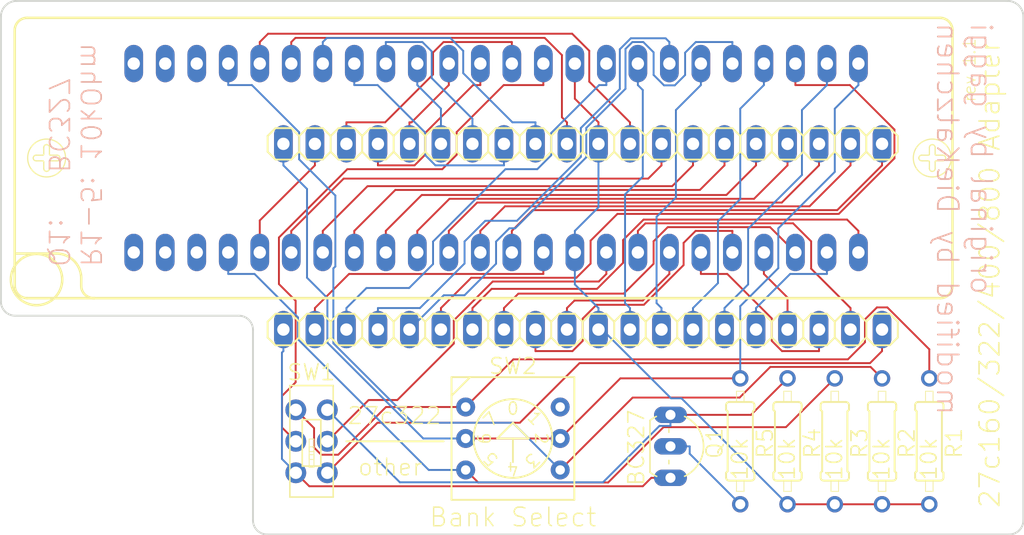
<source format=kicad_pcb>
(kicad_pcb (version 4) (host pcbnew 4.0.6)

  (general
    (links 60)
    (no_connects 0)
    (area 107.151099 83.338599 189.851101 126.668601)
    (thickness 1.6)
    (drawings 40)
    (tracks 364)
    (zones 0)
    (modules 10)
    (nets 54)
  )

  (page A4)
  (layers
    (0 Top signal)
    (31 Bottom signal)
    (32 B.Adhes user)
    (33 F.Adhes user)
    (34 B.Paste user)
    (35 F.Paste user)
    (36 B.SilkS user)
    (37 F.SilkS user)
    (38 B.Mask user)
    (39 F.Mask user)
    (40 Dwgs.User user)
    (41 Cmts.User user)
    (42 Eco1.User user hide)
    (43 Eco2.User user hide)
    (44 Edge.Cuts user)
    (45 Margin user)
    (46 B.CrtYd user)
    (47 F.CrtYd user)
    (48 B.Fab user)
    (49 F.Fab user)
  )

  (setup
    (last_trace_width 0.1524)
    (trace_clearance 0.1524)
    (zone_clearance 0.0254)
    (zone_45_only no)
    (trace_min 0.1524)
    (segment_width 0.15)
    (edge_width 0.15)
    (via_size 0.6)
    (via_drill 0.4)
    (via_min_size 0.4)
    (via_min_drill 0.3)
    (uvia_size 0.3)
    (uvia_drill 0.1)
    (uvias_allowed no)
    (uvia_min_size 0.2)
    (uvia_min_drill 0.1)
    (pcb_text_width 0.3)
    (pcb_text_size 1.5 1.5)
    (mod_edge_width 0.15)
    (mod_text_size 1 1)
    (mod_text_width 0.15)
    (pad_size 1.524 1.524)
    (pad_drill 0.762)
    (pad_to_mask_clearance 0)
    (aux_axis_origin 0 0)
    (visible_elements 7FFFFF7F)
    (pcbplotparams
      (layerselection 0x010f0_80000001)
      (usegerberextensions false)
      (excludeedgelayer true)
      (linewidth 0.100000)
      (plotframeref false)
      (viasonmask false)
      (mode 1)
      (useauxorigin false)
      (hpglpennumber 1)
      (hpglpenspeed 20)
      (hpglpendiameter 15)
      (hpglpenoverlay 2)
      (psnegative false)
      (psa4output false)
      (plotreference true)
      (plotvalue true)
      (plotinvisibletext false)
      (padsonsilk false)
      (subtractmaskfromsilk false)
      (outputformat 1)
      (mirror false)
      (drillshape 0)
      (scaleselection 1)
      (outputdirectory gerber/))
  )

  (net 0 "")
  (net 1 GND)
  (net 2 VCC)
  (net 3 /N$4)
  (net 4 /VPP)
  (net 5 /N$1)
  (net 6 /A20)
  (net 7 /A19)
  (net 8 /A18)
  (net 9 /N$2)
  (net 10 /N$6)
  (net 11 /N$5)
  (net 12 /E)
  (net 13 /D15)
  (net 14 /D14)
  (net 15 /D13)
  (net 16 /D12)
  (net 17 /D11)
  (net 18 /D10)
  (net 19 /D9)
  (net 20 /D8)
  (net 21 /D7)
  (net 22 /D6)
  (net 23 /D5)
  (net 24 /D4)
  (net 25 /D3)
  (net 26 /D2)
  (net 27 /D1)
  (net 28 /D0)
  (net 29 /A0)
  (net 30 /A1)
  (net 31 /A2)
  (net 32 /A3)
  (net 33 /A4)
  (net 34 /A5)
  (net 35 /A6)
  (net 36 /A7)
  (net 37 /A8)
  (net 38 /A9)
  (net 39 /A10)
  (net 40 /A11)
  (net 41 /A12)
  (net 42 /A13)
  (net 43 /A14)
  (net 44 /A15)
  (net 45 /A16)
  (net 46 /A17)
  (net 47 "Net-(SW2-Pad8)")
  (net 48 "Net-(ZX1-Pad1)")
  (net 49 "Net-(ZX1-Pad2)")
  (net 50 "Net-(ZX1-Pad3)")
  (net 51 "Net-(ZX1-Pad46)")
  (net 52 "Net-(ZX1-Pad47)")
  (net 53 "Net-(ZX1-Pad48)")

  (net_class Default "Dies ist die voreingestellte Netzklasse."
    (clearance 0.1524)
    (trace_width 0.1524)
    (via_dia 0.6)
    (via_drill 0.4)
    (uvia_dia 0.3)
    (uvia_drill 0.1)
    (add_net /A0)
    (add_net /A1)
    (add_net /A10)
    (add_net /A11)
    (add_net /A12)
    (add_net /A13)
    (add_net /A14)
    (add_net /A15)
    (add_net /A16)
    (add_net /A17)
    (add_net /A18)
    (add_net /A19)
    (add_net /A2)
    (add_net /A20)
    (add_net /A3)
    (add_net /A4)
    (add_net /A5)
    (add_net /A6)
    (add_net /A7)
    (add_net /A8)
    (add_net /A9)
    (add_net /D0)
    (add_net /D1)
    (add_net /D10)
    (add_net /D11)
    (add_net /D12)
    (add_net /D13)
    (add_net /D14)
    (add_net /D15)
    (add_net /D2)
    (add_net /D3)
    (add_net /D4)
    (add_net /D5)
    (add_net /D6)
    (add_net /D7)
    (add_net /D8)
    (add_net /D9)
    (add_net /E)
    (add_net /N$1)
    (add_net /N$2)
    (add_net /N$4)
    (add_net /N$5)
    (add_net /N$6)
    (add_net /VPP)
    (add_net GND)
    (add_net "Net-(SW2-Pad8)")
    (add_net "Net-(ZX1-Pad1)")
    (add_net "Net-(ZX1-Pad2)")
    (add_net "Net-(ZX1-Pad3)")
    (add_net "Net-(ZX1-Pad46)")
    (add_net "Net-(ZX1-Pad47)")
    (add_net "Net-(ZX1-Pad48)")
    (add_net VCC)
  )

  (module 27C160_Adapter:94HBB08T (layer Top) (tedit 5B1CA0BC) (tstamp 5B1CA540)
    (at 148.59 118.745 180)
    (path /5B1C8A9D)
    (fp_text reference SW2 (at 0 5.842 180) (layer F.SilkS)
      (effects (font (size 1.27 1.27) (thickness 0.127)))
    )
    (fp_text value 94HBB08T (at 0 -5.715 180) (layer F.Fab) hide
      (effects (font (size 1 1) (thickness 0.15)))
    )
    (fp_line (start -1.27 0) (end 1.27 0) (layer F.SilkS) (width 0.15))
    (fp_line (start 0 1.27) (end 1.27 0) (layer F.SilkS) (width 0.15))
    (fp_line (start 0 1.27) (end -1.27 0) (layer F.SilkS) (width 0.15))
    (fp_line (start 0 0) (end 0 -1.905) (layer F.SilkS) (width 0.15))
    (fp_circle (center 0 0) (end 2.54 -1.905) (layer F.SilkS) (width 0.15))
    (fp_line (start 4.95 3.45) (end 3.45 4.95) (layer F.SilkS) (width 0.15))
    (fp_line (start -4.95 4.95) (end -4.95 -4.95) (layer F.SilkS) (width 0.15))
    (fp_line (start 4.95 4.95) (end -4.95 4.95) (layer F.SilkS) (width 0.15))
    (fp_line (start 4.95 -4.95) (end 4.95 4.95) (layer F.SilkS) (width 0.15))
    (fp_line (start -4.95 -4.95) (end 4.95 -4.95) (layer F.SilkS) (width 0.15))
    (pad C thru_hole circle (at 3.81 0 180) (size 1.524 1.524) (drill 0.762) (layers *.Cu *.Mask)
      (net 2 VCC))
    (pad 1 thru_hole circle (at 3.81 2.54 180) (size 1.524 1.524) (drill 0.762) (layers *.Cu *.Mask)
      (net 6 /A20))
    (pad 4 thru_hole circle (at 3.81 -2.54 180) (size 1.524 1.524) (drill 0.762) (layers *.Cu *.Mask)
      (net 8 /A18))
    (pad 2 thru_hole circle (at -3.81 -2.54 180) (size 1.524 1.524) (drill 0.762) (layers *.Cu *.Mask)
      (net 7 /A19))
    (pad C thru_hole circle (at -3.81 0 180) (size 1.524 1.524) (drill 0.762) (layers *.Cu *.Mask)
      (net 2 VCC))
    (pad 8 thru_hole circle (at -3.81 2.54 180) (size 1.524 1.524) (drill 0.762) (layers *.Cu *.Mask)
      (net 47 "Net-(SW2-Pad8)"))
  )

  (module 27C160_Adapter:TO92-EBC (layer Top) (tedit 5B1C9D52) (tstamp 5B1CA477)
    (at 162.56 119.38 270)
    (descr TO-92)
    (tags TO-92)
    (path /597B3133)
    (attr virtual)
    (fp_text reference Q1 (at -0.254 -2.286 270) (layer F.SilkS)
      (effects (font (size 1.27 1.27) (thickness 0.127)))
    )
    (fp_text value BC327 (at 0.1016 4.0259 270) (layer F.SilkS)
      (effects (font (size 1.27 1.27) (thickness 0.127)))
    )
    (fp_line (start -2.09296 2.921) (end 2.09296 2.921) (layer F.SilkS) (width 0.127))
    (fp_line (start 1.13538 1.397) (end -1.13538 1.397) (layer Dwgs.User) (width 0.127))
    (fp_line (start -1.40208 1.397) (end -2.66192 1.397) (layer Dwgs.User) (width 0.127))
    (fp_line (start -1.13538 1.397) (end -1.40208 1.397) (layer F.SilkS) (width 0.127))
    (fp_line (start 2.66192 1.397) (end 1.40208 1.397) (layer Dwgs.User) (width 0.127))
    (fp_line (start 1.40208 1.397) (end 1.13538 1.397) (layer F.SilkS) (width 0.127))
    (fp_arc (start 0 1.27) (end -2.413 0.13208) (angle 129.5) (layer F.SilkS) (width 0.127))
    (fp_arc (start 0 1.27) (end -2.413 2.40538) (angle 50.4) (layer Dwgs.User) (width 0.127))
    (fp_arc (start 0 1.26746) (end -2.09296 2.921) (angle 13) (layer F.SilkS) (width 0.127))
    (fp_arc (start 0 1.27) (end 2.413 0.13208) (angle 50.4) (layer Dwgs.User) (width 0.127))
    (fp_arc (start 0 1.26746) (end 2.42316 2.37998) (angle 13.6) (layer F.SilkS) (width 0.127))
    (pad B thru_hole oval (at 0 1.27 90) (size 1.3208 2.6416) (drill 0.8128) (layers *.Cu *.Paste *.Mask)
      (net 5 /N$1))
    (pad C thru_hole oval (at -2.54 1.27 90) (size 1.3208 2.6416) (drill 0.8128) (layers *.Cu *.Paste *.Mask)
      (net 3 /N$4))
    (pad E thru_hole oval (at 2.54 1.27 90) (size 1.3208 2.6416) (drill 0.8128) (layers *.Cu *.Paste *.Mask)
      (net 4 /VPP))
  )

  (module 27C160_Adapter:0207_10 (layer Top) (tedit 5B1C8A22) (tstamp 5B1CA488)
    (at 182.156 118.974 270)
    (descr RESISTOR)
    (tags RESISTOR)
    (path /597B31FB)
    (attr virtual)
    (fp_text reference R1 (at 0.1524 -1.9939 270) (layer F.SilkS)
      (effects (font (size 1.27 1.27) (thickness 0.127)))
    )
    (fp_text value 10k (at 1.4224 0.0381 270) (layer F.SilkS)
      (effects (font (size 1.27 1.27) (thickness 0.127)))
    )
    (fp_line (start 3.175 0.3048) (end 4.0386 0.3048) (layer F.SilkS) (width 0.06604))
    (fp_line (start 4.0386 0.3048) (end 4.0386 -0.3048) (layer F.SilkS) (width 0.06604))
    (fp_line (start 3.175 -0.3048) (end 4.0386 -0.3048) (layer F.SilkS) (width 0.06604))
    (fp_line (start 3.175 0.3048) (end 3.175 -0.3048) (layer F.SilkS) (width 0.06604))
    (fp_line (start -4.0386 0.3048) (end -3.175 0.3048) (layer F.SilkS) (width 0.06604))
    (fp_line (start -3.175 0.3048) (end -3.175 -0.3048) (layer F.SilkS) (width 0.06604))
    (fp_line (start -4.0386 -0.3048) (end -3.175 -0.3048) (layer F.SilkS) (width 0.06604))
    (fp_line (start -4.0386 0.3048) (end -4.0386 -0.3048) (layer F.SilkS) (width 0.06604))
    (fp_line (start 5.08 0) (end 4.064 0) (layer Dwgs.User) (width 0.6096))
    (fp_line (start -5.08 0) (end -4.064 0) (layer Dwgs.User) (width 0.6096))
    (fp_line (start -3.175 0.889) (end -3.175 -0.889) (layer F.SilkS) (width 0.1524))
    (fp_line (start -2.921 -1.143) (end -2.54 -1.143) (layer F.SilkS) (width 0.1524))
    (fp_line (start -2.413 -1.016) (end -2.54 -1.143) (layer F.SilkS) (width 0.1524))
    (fp_line (start -2.921 1.143) (end -2.54 1.143) (layer F.SilkS) (width 0.1524))
    (fp_line (start -2.413 1.016) (end -2.54 1.143) (layer F.SilkS) (width 0.1524))
    (fp_line (start 2.413 -1.016) (end 2.54 -1.143) (layer F.SilkS) (width 0.1524))
    (fp_line (start 2.413 -1.016) (end -2.413 -1.016) (layer F.SilkS) (width 0.1524))
    (fp_line (start 2.413 1.016) (end 2.54 1.143) (layer F.SilkS) (width 0.1524))
    (fp_line (start 2.413 1.016) (end -2.413 1.016) (layer F.SilkS) (width 0.1524))
    (fp_line (start 2.921 -1.143) (end 2.54 -1.143) (layer F.SilkS) (width 0.1524))
    (fp_line (start 2.921 1.143) (end 2.54 1.143) (layer F.SilkS) (width 0.1524))
    (fp_line (start 3.175 0.889) (end 3.175 -0.889) (layer F.SilkS) (width 0.1524))
    (fp_arc (start -2.921 -0.889) (end -3.175 -0.889) (angle 90) (layer F.SilkS) (width 0.1524))
    (fp_arc (start -2.921 0.889) (end -2.921 1.143) (angle 90) (layer F.SilkS) (width 0.1524))
    (fp_arc (start 2.921 0.889) (end 3.175 0.889) (angle 90) (layer F.SilkS) (width 0.1524))
    (fp_arc (start 2.921 -0.889) (end 2.921 -1.143) (angle 90) (layer F.SilkS) (width 0.1524))
    (pad 1 thru_hole circle (at -5.08 0 270) (size 1.3208 2.6416) (drill 0.8128) (layers *.Cu *.Paste *.Mask)
      (net 6 /A20))
    (pad 2 thru_hole circle (at 5.08 0 270) (size 1.3208 2.6416) (drill 0.8128) (layers *.Cu *.Paste *.Mask)
      (net 1 GND))
  )

  (module 27C160_Adapter:0207_10 (layer Top) (tedit 5B1C8A20) (tstamp 5B1CA4A7)
    (at 178.346 118.974 270)
    (descr RESISTOR)
    (tags RESISTOR)
    (path /597B32C3)
    (attr virtual)
    (fp_text reference R2 (at 0.1524 -1.9939 270) (layer F.SilkS)
      (effects (font (size 1.27 1.27) (thickness 0.127)))
    )
    (fp_text value 10k (at 1.4224 0.0381 270) (layer F.SilkS)
      (effects (font (size 1.27 1.27) (thickness 0.127)))
    )
    (fp_line (start 3.175 0.3048) (end 4.0386 0.3048) (layer F.SilkS) (width 0.06604))
    (fp_line (start 4.0386 0.3048) (end 4.0386 -0.3048) (layer F.SilkS) (width 0.06604))
    (fp_line (start 3.175 -0.3048) (end 4.0386 -0.3048) (layer F.SilkS) (width 0.06604))
    (fp_line (start 3.175 0.3048) (end 3.175 -0.3048) (layer F.SilkS) (width 0.06604))
    (fp_line (start -4.0386 0.3048) (end -3.175 0.3048) (layer F.SilkS) (width 0.06604))
    (fp_line (start -3.175 0.3048) (end -3.175 -0.3048) (layer F.SilkS) (width 0.06604))
    (fp_line (start -4.0386 -0.3048) (end -3.175 -0.3048) (layer F.SilkS) (width 0.06604))
    (fp_line (start -4.0386 0.3048) (end -4.0386 -0.3048) (layer F.SilkS) (width 0.06604))
    (fp_line (start 5.08 0) (end 4.064 0) (layer Dwgs.User) (width 0.6096))
    (fp_line (start -5.08 0) (end -4.064 0) (layer Dwgs.User) (width 0.6096))
    (fp_line (start -3.175 0.889) (end -3.175 -0.889) (layer F.SilkS) (width 0.1524))
    (fp_line (start -2.921 -1.143) (end -2.54 -1.143) (layer F.SilkS) (width 0.1524))
    (fp_line (start -2.413 -1.016) (end -2.54 -1.143) (layer F.SilkS) (width 0.1524))
    (fp_line (start -2.921 1.143) (end -2.54 1.143) (layer F.SilkS) (width 0.1524))
    (fp_line (start -2.413 1.016) (end -2.54 1.143) (layer F.SilkS) (width 0.1524))
    (fp_line (start 2.413 -1.016) (end 2.54 -1.143) (layer F.SilkS) (width 0.1524))
    (fp_line (start 2.413 -1.016) (end -2.413 -1.016) (layer F.SilkS) (width 0.1524))
    (fp_line (start 2.413 1.016) (end 2.54 1.143) (layer F.SilkS) (width 0.1524))
    (fp_line (start 2.413 1.016) (end -2.413 1.016) (layer F.SilkS) (width 0.1524))
    (fp_line (start 2.921 -1.143) (end 2.54 -1.143) (layer F.SilkS) (width 0.1524))
    (fp_line (start 2.921 1.143) (end 2.54 1.143) (layer F.SilkS) (width 0.1524))
    (fp_line (start 3.175 0.889) (end 3.175 -0.889) (layer F.SilkS) (width 0.1524))
    (fp_arc (start -2.921 -0.889) (end -3.175 -0.889) (angle 90) (layer F.SilkS) (width 0.1524))
    (fp_arc (start -2.921 0.889) (end -2.921 1.143) (angle 90) (layer F.SilkS) (width 0.1524))
    (fp_arc (start 2.921 0.889) (end 3.175 0.889) (angle 90) (layer F.SilkS) (width 0.1524))
    (fp_arc (start 2.921 -0.889) (end 2.921 -1.143) (angle 90) (layer F.SilkS) (width 0.1524))
    (pad 1 thru_hole circle (at -5.08 0 270) (size 1.3208 2.6416) (drill 0.8128) (layers *.Cu *.Paste *.Mask)
      (net 7 /A19))
    (pad 2 thru_hole circle (at 5.08 0 270) (size 1.3208 2.6416) (drill 0.8128) (layers *.Cu *.Paste *.Mask)
      (net 1 GND))
  )

  (module 27C160_Adapter:0207_10 (layer Top) (tedit 5B1C8A1D) (tstamp 5B1CA4C6)
    (at 174.536 118.974 270)
    (descr RESISTOR)
    (tags RESISTOR)
    (path /597B338B)
    (attr virtual)
    (fp_text reference R3 (at 0.1524 -1.9939 270) (layer F.SilkS)
      (effects (font (size 1.27 1.27) (thickness 0.127)))
    )
    (fp_text value 10k (at 1.4224 0.0381 270) (layer F.SilkS)
      (effects (font (size 1.27 1.27) (thickness 0.127)))
    )
    (fp_line (start 3.175 0.3048) (end 4.0386 0.3048) (layer F.SilkS) (width 0.06604))
    (fp_line (start 4.0386 0.3048) (end 4.0386 -0.3048) (layer F.SilkS) (width 0.06604))
    (fp_line (start 3.175 -0.3048) (end 4.0386 -0.3048) (layer F.SilkS) (width 0.06604))
    (fp_line (start 3.175 0.3048) (end 3.175 -0.3048) (layer F.SilkS) (width 0.06604))
    (fp_line (start -4.0386 0.3048) (end -3.175 0.3048) (layer F.SilkS) (width 0.06604))
    (fp_line (start -3.175 0.3048) (end -3.175 -0.3048) (layer F.SilkS) (width 0.06604))
    (fp_line (start -4.0386 -0.3048) (end -3.175 -0.3048) (layer F.SilkS) (width 0.06604))
    (fp_line (start -4.0386 0.3048) (end -4.0386 -0.3048) (layer F.SilkS) (width 0.06604))
    (fp_line (start 5.08 0) (end 4.064 0) (layer Dwgs.User) (width 0.6096))
    (fp_line (start -5.08 0) (end -4.064 0) (layer Dwgs.User) (width 0.6096))
    (fp_line (start -3.175 0.889) (end -3.175 -0.889) (layer F.SilkS) (width 0.1524))
    (fp_line (start -2.921 -1.143) (end -2.54 -1.143) (layer F.SilkS) (width 0.1524))
    (fp_line (start -2.413 -1.016) (end -2.54 -1.143) (layer F.SilkS) (width 0.1524))
    (fp_line (start -2.921 1.143) (end -2.54 1.143) (layer F.SilkS) (width 0.1524))
    (fp_line (start -2.413 1.016) (end -2.54 1.143) (layer F.SilkS) (width 0.1524))
    (fp_line (start 2.413 -1.016) (end 2.54 -1.143) (layer F.SilkS) (width 0.1524))
    (fp_line (start 2.413 -1.016) (end -2.413 -1.016) (layer F.SilkS) (width 0.1524))
    (fp_line (start 2.413 1.016) (end 2.54 1.143) (layer F.SilkS) (width 0.1524))
    (fp_line (start 2.413 1.016) (end -2.413 1.016) (layer F.SilkS) (width 0.1524))
    (fp_line (start 2.921 -1.143) (end 2.54 -1.143) (layer F.SilkS) (width 0.1524))
    (fp_line (start 2.921 1.143) (end 2.54 1.143) (layer F.SilkS) (width 0.1524))
    (fp_line (start 3.175 0.889) (end 3.175 -0.889) (layer F.SilkS) (width 0.1524))
    (fp_arc (start -2.921 -0.889) (end -3.175 -0.889) (angle 90) (layer F.SilkS) (width 0.1524))
    (fp_arc (start -2.921 0.889) (end -2.921 1.143) (angle 90) (layer F.SilkS) (width 0.1524))
    (fp_arc (start 2.921 0.889) (end 3.175 0.889) (angle 90) (layer F.SilkS) (width 0.1524))
    (fp_arc (start 2.921 -0.889) (end 2.921 -1.143) (angle 90) (layer F.SilkS) (width 0.1524))
    (pad 1 thru_hole circle (at -5.08 0 270) (size 1.3208 2.6416) (drill 0.8128) (layers *.Cu *.Paste *.Mask)
      (net 8 /A18))
    (pad 2 thru_hole circle (at 5.08 0 270) (size 1.3208 2.6416) (drill 0.8128) (layers *.Cu *.Paste *.Mask)
      (net 1 GND))
  )

  (module 27C160_Adapter:0207_10 (layer Top) (tedit 5B1C8A01) (tstamp 5B1CA4E5)
    (at 170.726 118.974 90)
    (descr RESISTOR)
    (tags RESISTOR)
    (path /597B3453)
    (attr virtual)
    (fp_text reference R4 (at -0.1524 1.9939 90) (layer F.SilkS)
      (effects (font (size 1.27 1.27) (thickness 0.127)))
    )
    (fp_text value 10k (at -1.4224 -0.0381 90) (layer F.SilkS)
      (effects (font (size 1.27 1.27) (thickness 0.127)))
    )
    (fp_line (start 3.175 0.3048) (end 4.0386 0.3048) (layer F.SilkS) (width 0.06604))
    (fp_line (start 4.0386 0.3048) (end 4.0386 -0.3048) (layer F.SilkS) (width 0.06604))
    (fp_line (start 3.175 -0.3048) (end 4.0386 -0.3048) (layer F.SilkS) (width 0.06604))
    (fp_line (start 3.175 0.3048) (end 3.175 -0.3048) (layer F.SilkS) (width 0.06604))
    (fp_line (start -4.0386 0.3048) (end -3.175 0.3048) (layer F.SilkS) (width 0.06604))
    (fp_line (start -3.175 0.3048) (end -3.175 -0.3048) (layer F.SilkS) (width 0.06604))
    (fp_line (start -4.0386 -0.3048) (end -3.175 -0.3048) (layer F.SilkS) (width 0.06604))
    (fp_line (start -4.0386 0.3048) (end -4.0386 -0.3048) (layer F.SilkS) (width 0.06604))
    (fp_line (start 5.08 0) (end 4.064 0) (layer Dwgs.User) (width 0.6096))
    (fp_line (start -5.08 0) (end -4.064 0) (layer Dwgs.User) (width 0.6096))
    (fp_line (start -3.175 0.889) (end -3.175 -0.889) (layer F.SilkS) (width 0.1524))
    (fp_line (start -2.921 -1.143) (end -2.54 -1.143) (layer F.SilkS) (width 0.1524))
    (fp_line (start -2.413 -1.016) (end -2.54 -1.143) (layer F.SilkS) (width 0.1524))
    (fp_line (start -2.921 1.143) (end -2.54 1.143) (layer F.SilkS) (width 0.1524))
    (fp_line (start -2.413 1.016) (end -2.54 1.143) (layer F.SilkS) (width 0.1524))
    (fp_line (start 2.413 -1.016) (end 2.54 -1.143) (layer F.SilkS) (width 0.1524))
    (fp_line (start 2.413 -1.016) (end -2.413 -1.016) (layer F.SilkS) (width 0.1524))
    (fp_line (start 2.413 1.016) (end 2.54 1.143) (layer F.SilkS) (width 0.1524))
    (fp_line (start 2.413 1.016) (end -2.413 1.016) (layer F.SilkS) (width 0.1524))
    (fp_line (start 2.921 -1.143) (end 2.54 -1.143) (layer F.SilkS) (width 0.1524))
    (fp_line (start 2.921 1.143) (end 2.54 1.143) (layer F.SilkS) (width 0.1524))
    (fp_line (start 3.175 0.889) (end 3.175 -0.889) (layer F.SilkS) (width 0.1524))
    (fp_arc (start -2.921 -0.889) (end -3.175 -0.889) (angle 90) (layer F.SilkS) (width 0.1524))
    (fp_arc (start -2.921 0.889) (end -2.921 1.143) (angle 90) (layer F.SilkS) (width 0.1524))
    (fp_arc (start 2.921 0.889) (end 3.175 0.889) (angle 90) (layer F.SilkS) (width 0.1524))
    (fp_arc (start 2.921 -0.889) (end 2.921 -1.143) (angle 90) (layer F.SilkS) (width 0.1524))
    (pad 1 thru_hole circle (at -5.08 0 90) (size 1.3208 2.6416) (drill 0.8128) (layers *.Cu *.Paste *.Mask)
      (net 1 GND))
    (pad 2 thru_hole circle (at 5.08 0 90) (size 1.3208 2.6416) (drill 0.8128) (layers *.Cu *.Paste *.Mask)
      (net 3 /N$4))
  )

  (module 27C160_Adapter:0207_10 (layer Top) (tedit 5B1C9D4E) (tstamp 5B1CA504)
    (at 166.916 118.974 270)
    (descr RESISTOR)
    (tags RESISTOR)
    (path /597B351B)
    (attr virtual)
    (fp_text reference R5 (at 0.152 -1.994 270) (layer F.SilkS)
      (effects (font (size 1.27 1.27) (thickness 0.127)))
    )
    (fp_text value 10k (at 1.422 0.038 270) (layer F.SilkS)
      (effects (font (size 1.27 1.27) (thickness 0.127)))
    )
    (fp_line (start 3.175 0.3048) (end 4.0386 0.3048) (layer F.SilkS) (width 0.06604))
    (fp_line (start 4.0386 0.3048) (end 4.0386 -0.3048) (layer F.SilkS) (width 0.06604))
    (fp_line (start 3.175 -0.3048) (end 4.0386 -0.3048) (layer F.SilkS) (width 0.06604))
    (fp_line (start 3.175 0.3048) (end 3.175 -0.3048) (layer F.SilkS) (width 0.06604))
    (fp_line (start -4.0386 0.3048) (end -3.175 0.3048) (layer F.SilkS) (width 0.06604))
    (fp_line (start -3.175 0.3048) (end -3.175 -0.3048) (layer F.SilkS) (width 0.06604))
    (fp_line (start -4.0386 -0.3048) (end -3.175 -0.3048) (layer F.SilkS) (width 0.06604))
    (fp_line (start -4.0386 0.3048) (end -4.0386 -0.3048) (layer F.SilkS) (width 0.06604))
    (fp_line (start 5.08 0) (end 4.064 0) (layer Dwgs.User) (width 0.6096))
    (fp_line (start -5.08 0) (end -4.064 0) (layer Dwgs.User) (width 0.6096))
    (fp_line (start -3.175 0.889) (end -3.175 -0.889) (layer F.SilkS) (width 0.1524))
    (fp_line (start -2.921 -1.143) (end -2.54 -1.143) (layer F.SilkS) (width 0.1524))
    (fp_line (start -2.413 -1.016) (end -2.54 -1.143) (layer F.SilkS) (width 0.1524))
    (fp_line (start -2.921 1.143) (end -2.54 1.143) (layer F.SilkS) (width 0.1524))
    (fp_line (start -2.413 1.016) (end -2.54 1.143) (layer F.SilkS) (width 0.1524))
    (fp_line (start 2.413 -1.016) (end 2.54 -1.143) (layer F.SilkS) (width 0.1524))
    (fp_line (start 2.413 -1.016) (end -2.413 -1.016) (layer F.SilkS) (width 0.1524))
    (fp_line (start 2.413 1.016) (end 2.54 1.143) (layer F.SilkS) (width 0.1524))
    (fp_line (start 2.413 1.016) (end -2.413 1.016) (layer F.SilkS) (width 0.1524))
    (fp_line (start 2.921 -1.143) (end 2.54 -1.143) (layer F.SilkS) (width 0.1524))
    (fp_line (start 2.921 1.143) (end 2.54 1.143) (layer F.SilkS) (width 0.1524))
    (fp_line (start 3.175 0.889) (end 3.175 -0.889) (layer F.SilkS) (width 0.1524))
    (fp_arc (start -2.921 -0.889) (end -3.175 -0.889) (angle 90) (layer F.SilkS) (width 0.1524))
    (fp_arc (start -2.921 0.889) (end -2.921 1.143) (angle 90) (layer F.SilkS) (width 0.1524))
    (fp_arc (start 2.921 0.889) (end 3.175 0.889) (angle 90) (layer F.SilkS) (width 0.1524))
    (fp_arc (start 2.921 -0.889) (end 2.921 -1.143) (angle 90) (layer F.SilkS) (width 0.1524))
    (pad 1 thru_hole circle (at -5.08 0 270) (size 1.3208 2.6416) (drill 0.8128) (layers *.Cu *.Paste *.Mask)
      (net 2 VCC))
    (pad 2 thru_hole circle (at 5.08 0 270) (size 1.3208 2.6416) (drill 0.8128) (layers *.Cu *.Paste *.Mask)
      (net 5 /N$1))
  )

  (module 27C160_Adapter:MS22D16 (layer Top) (tedit 5B1CA0B4) (tstamp 5B1CA523)
    (at 132.356 118.974 90)
    (path /597B35E3)
    (attr virtual)
    (fp_text reference SW1 (at 5.563 -0.022 180) (layer F.SilkS)
      (effects (font (size 1.27 1.27) (thickness 0.127)))
    )
    (fp_text value MS22D16 (at 0 0 90) (layer F.SilkS) hide
      (effects (font (thickness 0.15)))
    )
    (fp_line (start -2.0955 0.1905) (end -1.0795 0.1905) (layer F.SilkS) (width 0.06604))
    (fp_line (start -1.0795 0.1905) (end -1.0795 -0.1905) (layer F.SilkS) (width 0.06604))
    (fp_line (start -2.0955 -0.1905) (end -1.0795 -0.1905) (layer F.SilkS) (width 0.06604))
    (fp_line (start -2.0955 0.1905) (end -2.0955 -0.1905) (layer F.SilkS) (width 0.06604))
    (fp_line (start -1.4605 0.1905) (end -0.4445 0.1905) (layer F.SilkS) (width 0.06604))
    (fp_line (start -0.4445 0.1905) (end -0.4445 -0.1905) (layer F.SilkS) (width 0.06604))
    (fp_line (start -1.4605 -0.1905) (end -0.4445 -0.1905) (layer F.SilkS) (width 0.06604))
    (fp_line (start -1.4605 0.1905) (end -1.4605 -0.1905) (layer F.SilkS) (width 0.06604))
    (fp_line (start -0.8255 0.1905) (end 0.1905 0.1905) (layer F.SilkS) (width 0.06604))
    (fp_line (start 0.1905 0.1905) (end 0.1905 -0.1905) (layer F.SilkS) (width 0.06604))
    (fp_line (start -0.8255 -0.1905) (end 0.1905 -0.1905) (layer F.SilkS) (width 0.06604))
    (fp_line (start -0.8255 0.1905) (end -0.8255 -0.1905) (layer F.SilkS) (width 0.06604))
    (fp_line (start -4.49834 1.74752) (end 4.49834 1.74752) (layer F.SilkS) (width 0.127))
    (fp_line (start 4.49834 1.74752) (end 4.49834 -1.74752) (layer F.SilkS) (width 0.127))
    (fp_line (start 4.49834 -1.74752) (end -4.49834 -1.74752) (layer F.SilkS) (width 0.127))
    (fp_line (start -4.49834 -1.74752) (end -4.49834 1.74752) (layer F.SilkS) (width 0.127))
    (fp_line (start 1.74752 -0.7493) (end -1.99898 -0.7493) (layer F.SilkS) (width 0.127))
    (fp_line (start -1.99898 -0.7493) (end -1.99898 0.7493) (layer F.SilkS) (width 0.127))
    (fp_line (start -1.99898 0.7493) (end 1.74752 0.7493) (layer F.SilkS) (width 0.127))
    (fp_line (start 1.74752 0.7493) (end 1.74752 -0.7493) (layer F.SilkS) (width 0.127))
    (pad 1 thru_hole circle (at -2.54 -1.27 90) (size 1.6764 3.3528) (drill 0.99822) (layers *.Cu *.Paste *.Mask)
      (net 4 /VPP))
    (pad 2 thru_hole circle (at 0 -1.27 90) (size 1.6764 3.3528) (drill 0.99822) (layers *.Cu *.Paste *.Mask)
      (net 9 /N$2))
    (pad 3 thru_hole circle (at 2.54 -1.27 90) (size 1.6764 3.3528) (drill 0.99822) (layers *.Cu *.Paste *.Mask)
      (net 6 /A20))
    (pad 4 thru_hole circle (at -2.54 1.27 90) (size 1.6764 3.3528) (drill 0.99822) (layers *.Cu *.Paste *.Mask)
      (net 11 /N$5))
    (pad 5 thru_hole circle (at 0 1.27 90) (size 1.6764 3.3528) (drill 0.99822) (layers *.Cu *.Paste *.Mask)
      (net 10 /N$6))
    (pad 6 thru_hole circle (at 2.54 1.27 90) (size 1.6764 3.3528) (drill 0.99822) (layers *.Cu *.Paste *.Mask)
      (net 3 /N$4))
  )

  (module 27C160_Adapter:27C4002 (layer Top) (tedit 5B1CA023) (tstamp 5B1CA554)
    (at 152.946 102.464)
    (path /597B3773)
    (attr virtual)
    (fp_text reference U1 (at 0 0) (layer F.SilkS) hide
      (effects (font (thickness 0.15)))
    )
    (fp_text value 27C4002 (at 0 0) (layer F.SilkS) hide
      (effects (font (thickness 0.15)))
    )
    (fp_line (start -23.114 -7.23646) (end -22.606 -7.23646) (layer Dwgs.User) (width 0.06604))
    (fp_line (start -22.606 -7.23646) (end -22.606 -7.747) (layer Dwgs.User) (width 0.06604))
    (fp_line (start -23.114 -7.747) (end -22.606 -7.747) (layer Dwgs.User) (width 0.06604))
    (fp_line (start -23.114 -7.23646) (end -23.114 -7.747) (layer Dwgs.User) (width 0.06604))
    (fp_line (start -20.574 -7.23646) (end -20.066 -7.23646) (layer Dwgs.User) (width 0.06604))
    (fp_line (start -20.066 -7.23646) (end -20.066 -7.747) (layer Dwgs.User) (width 0.06604))
    (fp_line (start -20.574 -7.747) (end -20.066 -7.747) (layer Dwgs.User) (width 0.06604))
    (fp_line (start -20.574 -7.23646) (end -20.574 -7.747) (layer Dwgs.User) (width 0.06604))
    (fp_line (start -18.034 -7.23646) (end -17.52346 -7.23646) (layer Dwgs.User) (width 0.06604))
    (fp_line (start -17.52346 -7.23646) (end -17.52346 -7.747) (layer Dwgs.User) (width 0.06604))
    (fp_line (start -18.034 -7.747) (end -17.52346 -7.747) (layer Dwgs.User) (width 0.06604))
    (fp_line (start -18.034 -7.23646) (end -18.034 -7.747) (layer Dwgs.User) (width 0.06604))
    (fp_line (start -15.494 -7.23646) (end -14.986 -7.23646) (layer Dwgs.User) (width 0.06604))
    (fp_line (start -14.986 -7.23646) (end -14.986 -7.747) (layer Dwgs.User) (width 0.06604))
    (fp_line (start -15.494 -7.747) (end -14.986 -7.747) (layer Dwgs.User) (width 0.06604))
    (fp_line (start -15.494 -7.23646) (end -15.494 -7.747) (layer Dwgs.User) (width 0.06604))
    (fp_line (start -12.954 -7.23646) (end -12.446 -7.23646) (layer Dwgs.User) (width 0.06604))
    (fp_line (start -12.446 -7.23646) (end -12.446 -7.747) (layer Dwgs.User) (width 0.06604))
    (fp_line (start -12.954 -7.747) (end -12.446 -7.747) (layer Dwgs.User) (width 0.06604))
    (fp_line (start -12.954 -7.23646) (end -12.954 -7.747) (layer Dwgs.User) (width 0.06604))
    (fp_line (start -10.414 -7.23646) (end -9.906 -7.23646) (layer Dwgs.User) (width 0.06604))
    (fp_line (start -9.906 -7.23646) (end -9.906 -7.747) (layer Dwgs.User) (width 0.06604))
    (fp_line (start -10.414 -7.747) (end -9.906 -7.747) (layer Dwgs.User) (width 0.06604))
    (fp_line (start -10.414 -7.23646) (end -10.414 -7.747) (layer Dwgs.User) (width 0.06604))
    (fp_line (start -7.874 -7.23646) (end -7.366 -7.23646) (layer Dwgs.User) (width 0.06604))
    (fp_line (start -7.366 -7.23646) (end -7.366 -7.747) (layer Dwgs.User) (width 0.06604))
    (fp_line (start -7.874 -7.747) (end -7.366 -7.747) (layer Dwgs.User) (width 0.06604))
    (fp_line (start -7.874 -7.23646) (end -7.874 -7.747) (layer Dwgs.User) (width 0.06604))
    (fp_line (start -5.334 -7.23646) (end -4.826 -7.23646) (layer Dwgs.User) (width 0.06604))
    (fp_line (start -4.826 -7.23646) (end -4.826 -7.747) (layer Dwgs.User) (width 0.06604))
    (fp_line (start -5.334 -7.747) (end -4.826 -7.747) (layer Dwgs.User) (width 0.06604))
    (fp_line (start -5.334 -7.23646) (end -5.334 -7.747) (layer Dwgs.User) (width 0.06604))
    (fp_line (start -2.794 -7.23646) (end -2.286 -7.23646) (layer Dwgs.User) (width 0.06604))
    (fp_line (start -2.286 -7.23646) (end -2.286 -7.747) (layer Dwgs.User) (width 0.06604))
    (fp_line (start -2.794 -7.747) (end -2.286 -7.747) (layer Dwgs.User) (width 0.06604))
    (fp_line (start -2.794 -7.23646) (end -2.794 -7.747) (layer Dwgs.User) (width 0.06604))
    (fp_line (start -0.254 -7.23646) (end 0.254 -7.23646) (layer Dwgs.User) (width 0.06604))
    (fp_line (start 0.254 -7.23646) (end 0.254 -7.747) (layer Dwgs.User) (width 0.06604))
    (fp_line (start -0.254 -7.747) (end 0.254 -7.747) (layer Dwgs.User) (width 0.06604))
    (fp_line (start -0.254 -7.23646) (end -0.254 -7.747) (layer Dwgs.User) (width 0.06604))
    (fp_line (start 2.286 -7.23646) (end 2.794 -7.23646) (layer Dwgs.User) (width 0.06604))
    (fp_line (start 2.794 -7.23646) (end 2.794 -7.747) (layer Dwgs.User) (width 0.06604))
    (fp_line (start 2.286 -7.747) (end 2.794 -7.747) (layer Dwgs.User) (width 0.06604))
    (fp_line (start 2.286 -7.23646) (end 2.286 -7.747) (layer Dwgs.User) (width 0.06604))
    (fp_line (start 4.826 -7.23646) (end 5.334 -7.23646) (layer Dwgs.User) (width 0.06604))
    (fp_line (start 5.334 -7.23646) (end 5.334 -7.747) (layer Dwgs.User) (width 0.06604))
    (fp_line (start 4.826 -7.747) (end 5.334 -7.747) (layer Dwgs.User) (width 0.06604))
    (fp_line (start 4.826 -7.23646) (end 4.826 -7.747) (layer Dwgs.User) (width 0.06604))
    (fp_line (start 7.366 -7.23646) (end 7.874 -7.23646) (layer Dwgs.User) (width 0.06604))
    (fp_line (start 7.874 -7.23646) (end 7.874 -7.747) (layer Dwgs.User) (width 0.06604))
    (fp_line (start 7.366 -7.747) (end 7.874 -7.747) (layer Dwgs.User) (width 0.06604))
    (fp_line (start 7.366 -7.23646) (end 7.366 -7.747) (layer Dwgs.User) (width 0.06604))
    (fp_line (start 9.906 -7.23646) (end 10.414 -7.23646) (layer Dwgs.User) (width 0.06604))
    (fp_line (start 10.414 -7.23646) (end 10.414 -7.747) (layer Dwgs.User) (width 0.06604))
    (fp_line (start 9.906 -7.747) (end 10.414 -7.747) (layer Dwgs.User) (width 0.06604))
    (fp_line (start 9.906 -7.23646) (end 9.906 -7.747) (layer Dwgs.User) (width 0.06604))
    (fp_line (start 12.446 -7.23646) (end 12.954 -7.23646) (layer Dwgs.User) (width 0.06604))
    (fp_line (start 12.954 -7.23646) (end 12.954 -7.747) (layer Dwgs.User) (width 0.06604))
    (fp_line (start 12.446 -7.747) (end 12.954 -7.747) (layer Dwgs.User) (width 0.06604))
    (fp_line (start 12.446 -7.23646) (end 12.446 -7.747) (layer Dwgs.User) (width 0.06604))
    (fp_line (start 14.986 -7.23646) (end 15.494 -7.23646) (layer Dwgs.User) (width 0.06604))
    (fp_line (start 15.494 -7.23646) (end 15.494 -7.747) (layer Dwgs.User) (width 0.06604))
    (fp_line (start 14.986 -7.747) (end 15.494 -7.747) (layer Dwgs.User) (width 0.06604))
    (fp_line (start 14.986 -7.23646) (end 14.986 -7.747) (layer Dwgs.User) (width 0.06604))
    (fp_line (start 17.52346 -7.23646) (end 18.034 -7.23646) (layer Dwgs.User) (width 0.06604))
    (fp_line (start 18.034 -7.23646) (end 18.034 -7.747) (layer Dwgs.User) (width 0.06604))
    (fp_line (start 17.52346 -7.747) (end 18.034 -7.747) (layer Dwgs.User) (width 0.06604))
    (fp_line (start 17.52346 -7.23646) (end 17.52346 -7.747) (layer Dwgs.User) (width 0.06604))
    (fp_line (start 20.066 -7.23646) (end 20.574 -7.23646) (layer Dwgs.User) (width 0.06604))
    (fp_line (start 20.574 -7.23646) (end 20.574 -7.747) (layer Dwgs.User) (width 0.06604))
    (fp_line (start 20.066 -7.747) (end 20.574 -7.747) (layer Dwgs.User) (width 0.06604))
    (fp_line (start 20.066 -7.23646) (end 20.066 -7.747) (layer Dwgs.User) (width 0.06604))
    (fp_line (start 22.606 -7.23646) (end 23.114 -7.23646) (layer Dwgs.User) (width 0.06604))
    (fp_line (start 23.114 -7.23646) (end 23.114 -7.747) (layer Dwgs.User) (width 0.06604))
    (fp_line (start 22.606 -7.747) (end 23.114 -7.747) (layer Dwgs.User) (width 0.06604))
    (fp_line (start 22.606 -7.23646) (end 22.606 -7.747) (layer Dwgs.User) (width 0.06604))
    (fp_line (start 25.146 -7.23646) (end 25.654 -7.23646) (layer Dwgs.User) (width 0.06604))
    (fp_line (start 25.654 -7.23646) (end 25.654 -7.747) (layer Dwgs.User) (width 0.06604))
    (fp_line (start 25.146 -7.747) (end 25.654 -7.747) (layer Dwgs.User) (width 0.06604))
    (fp_line (start 25.146 -7.23646) (end 25.146 -7.747) (layer Dwgs.User) (width 0.06604))
    (fp_line (start -23.114 7.747) (end -22.606 7.747) (layer Dwgs.User) (width 0.06604))
    (fp_line (start -22.606 7.747) (end -22.606 7.23646) (layer Dwgs.User) (width 0.06604))
    (fp_line (start -23.114 7.23646) (end -22.606 7.23646) (layer Dwgs.User) (width 0.06604))
    (fp_line (start -23.114 7.747) (end -23.114 7.23646) (layer Dwgs.User) (width 0.06604))
    (fp_line (start -20.574 7.747) (end -20.066 7.747) (layer Dwgs.User) (width 0.06604))
    (fp_line (start -20.066 7.747) (end -20.066 7.23646) (layer Dwgs.User) (width 0.06604))
    (fp_line (start -20.574 7.23646) (end -20.066 7.23646) (layer Dwgs.User) (width 0.06604))
    (fp_line (start -20.574 7.747) (end -20.574 7.23646) (layer Dwgs.User) (width 0.06604))
    (fp_line (start -18.034 7.747) (end -17.52346 7.747) (layer Dwgs.User) (width 0.06604))
    (fp_line (start -17.52346 7.747) (end -17.52346 7.23646) (layer Dwgs.User) (width 0.06604))
    (fp_line (start -18.034 7.23646) (end -17.52346 7.23646) (layer Dwgs.User) (width 0.06604))
    (fp_line (start -18.034 7.747) (end -18.034 7.23646) (layer Dwgs.User) (width 0.06604))
    (fp_line (start -15.494 7.747) (end -14.986 7.747) (layer Dwgs.User) (width 0.06604))
    (fp_line (start -14.986 7.747) (end -14.986 7.23646) (layer Dwgs.User) (width 0.06604))
    (fp_line (start -15.494 7.23646) (end -14.986 7.23646) (layer Dwgs.User) (width 0.06604))
    (fp_line (start -15.494 7.747) (end -15.494 7.23646) (layer Dwgs.User) (width 0.06604))
    (fp_line (start -12.954 7.747) (end -12.446 7.747) (layer Dwgs.User) (width 0.06604))
    (fp_line (start -12.446 7.747) (end -12.446 7.23646) (layer Dwgs.User) (width 0.06604))
    (fp_line (start -12.954 7.23646) (end -12.446 7.23646) (layer Dwgs.User) (width 0.06604))
    (fp_line (start -12.954 7.747) (end -12.954 7.23646) (layer Dwgs.User) (width 0.06604))
    (fp_line (start -10.414 7.747) (end -9.906 7.747) (layer Dwgs.User) (width 0.06604))
    (fp_line (start -9.906 7.747) (end -9.906 7.23646) (layer Dwgs.User) (width 0.06604))
    (fp_line (start -10.414 7.23646) (end -9.906 7.23646) (layer Dwgs.User) (width 0.06604))
    (fp_line (start -10.414 7.747) (end -10.414 7.23646) (layer Dwgs.User) (width 0.06604))
    (fp_line (start -7.874 7.747) (end -7.366 7.747) (layer Dwgs.User) (width 0.06604))
    (fp_line (start -7.366 7.747) (end -7.366 7.23646) (layer Dwgs.User) (width 0.06604))
    (fp_line (start -7.874 7.23646) (end -7.366 7.23646) (layer Dwgs.User) (width 0.06604))
    (fp_line (start -7.874 7.747) (end -7.874 7.23646) (layer Dwgs.User) (width 0.06604))
    (fp_line (start -5.334 7.747) (end -4.826 7.747) (layer Dwgs.User) (width 0.06604))
    (fp_line (start -4.826 7.747) (end -4.826 7.23646) (layer Dwgs.User) (width 0.06604))
    (fp_line (start -5.334 7.23646) (end -4.826 7.23646) (layer Dwgs.User) (width 0.06604))
    (fp_line (start -5.334 7.747) (end -5.334 7.23646) (layer Dwgs.User) (width 0.06604))
    (fp_line (start -2.794 7.747) (end -2.286 7.747) (layer Dwgs.User) (width 0.06604))
    (fp_line (start -2.286 7.747) (end -2.286 7.23646) (layer Dwgs.User) (width 0.06604))
    (fp_line (start -2.794 7.23646) (end -2.286 7.23646) (layer Dwgs.User) (width 0.06604))
    (fp_line (start -2.794 7.747) (end -2.794 7.23646) (layer Dwgs.User) (width 0.06604))
    (fp_line (start -0.254 7.747) (end 0.254 7.747) (layer Dwgs.User) (width 0.06604))
    (fp_line (start 0.254 7.747) (end 0.254 7.23646) (layer Dwgs.User) (width 0.06604))
    (fp_line (start -0.254 7.23646) (end 0.254 7.23646) (layer Dwgs.User) (width 0.06604))
    (fp_line (start -0.254 7.747) (end -0.254 7.23646) (layer Dwgs.User) (width 0.06604))
    (fp_line (start 2.286 7.747) (end 2.794 7.747) (layer Dwgs.User) (width 0.06604))
    (fp_line (start 2.794 7.747) (end 2.794 7.23646) (layer Dwgs.User) (width 0.06604))
    (fp_line (start 2.286 7.23646) (end 2.794 7.23646) (layer Dwgs.User) (width 0.06604))
    (fp_line (start 2.286 7.747) (end 2.286 7.23646) (layer Dwgs.User) (width 0.06604))
    (fp_line (start 4.826 7.747) (end 5.334 7.747) (layer Dwgs.User) (width 0.06604))
    (fp_line (start 5.334 7.747) (end 5.334 7.23646) (layer Dwgs.User) (width 0.06604))
    (fp_line (start 4.826 7.23646) (end 5.334 7.23646) (layer Dwgs.User) (width 0.06604))
    (fp_line (start 4.826 7.747) (end 4.826 7.23646) (layer Dwgs.User) (width 0.06604))
    (fp_line (start 7.366 7.747) (end 7.874 7.747) (layer Dwgs.User) (width 0.06604))
    (fp_line (start 7.874 7.747) (end 7.874 7.23646) (layer Dwgs.User) (width 0.06604))
    (fp_line (start 7.366 7.23646) (end 7.874 7.23646) (layer Dwgs.User) (width 0.06604))
    (fp_line (start 7.366 7.747) (end 7.366 7.23646) (layer Dwgs.User) (width 0.06604))
    (fp_line (start 9.906 7.747) (end 10.414 7.747) (layer Dwgs.User) (width 0.06604))
    (fp_line (start 10.414 7.747) (end 10.414 7.23646) (layer Dwgs.User) (width 0.06604))
    (fp_line (start 9.906 7.23646) (end 10.414 7.23646) (layer Dwgs.User) (width 0.06604))
    (fp_line (start 9.906 7.747) (end 9.906 7.23646) (layer Dwgs.User) (width 0.06604))
    (fp_line (start 12.446 7.747) (end 12.954 7.747) (layer Dwgs.User) (width 0.06604))
    (fp_line (start 12.954 7.747) (end 12.954 7.23646) (layer Dwgs.User) (width 0.06604))
    (fp_line (start 12.446 7.23646) (end 12.954 7.23646) (layer Dwgs.User) (width 0.06604))
    (fp_line (start 12.446 7.747) (end 12.446 7.23646) (layer Dwgs.User) (width 0.06604))
    (fp_line (start 14.986 7.747) (end 15.494 7.747) (layer Dwgs.User) (width 0.06604))
    (fp_line (start 15.494 7.747) (end 15.494 7.23646) (layer Dwgs.User) (width 0.06604))
    (fp_line (start 14.986 7.23646) (end 15.494 7.23646) (layer Dwgs.User) (width 0.06604))
    (fp_line (start 14.986 7.747) (end 14.986 7.23646) (layer Dwgs.User) (width 0.06604))
    (fp_line (start 17.52346 7.747) (end 18.034 7.747) (layer Dwgs.User) (width 0.06604))
    (fp_line (start 18.034 7.747) (end 18.034 7.23646) (layer Dwgs.User) (width 0.06604))
    (fp_line (start 17.52346 7.23646) (end 18.034 7.23646) (layer Dwgs.User) (width 0.06604))
    (fp_line (start 17.52346 7.747) (end 17.52346 7.23646) (layer Dwgs.User) (width 0.06604))
    (fp_line (start 20.066 7.747) (end 20.574 7.747) (layer Dwgs.User) (width 0.06604))
    (fp_line (start 20.574 7.747) (end 20.574 7.23646) (layer Dwgs.User) (width 0.06604))
    (fp_line (start 20.066 7.23646) (end 20.574 7.23646) (layer Dwgs.User) (width 0.06604))
    (fp_line (start 20.066 7.747) (end 20.066 7.23646) (layer Dwgs.User) (width 0.06604))
    (fp_line (start 22.606 7.747) (end 23.114 7.747) (layer Dwgs.User) (width 0.06604))
    (fp_line (start 23.114 7.747) (end 23.114 7.23646) (layer Dwgs.User) (width 0.06604))
    (fp_line (start 22.606 7.23646) (end 23.114 7.23646) (layer Dwgs.User) (width 0.06604))
    (fp_line (start 22.606 7.747) (end 22.606 7.23646) (layer Dwgs.User) (width 0.06604))
    (fp_line (start 25.146 7.747) (end 25.654 7.747) (layer Dwgs.User) (width 0.06604))
    (fp_line (start 25.654 7.747) (end 25.654 7.23646) (layer Dwgs.User) (width 0.06604))
    (fp_line (start 25.146 7.23646) (end 25.654 7.23646) (layer Dwgs.User) (width 0.06604))
    (fp_line (start 25.146 7.747) (end 25.146 7.23646) (layer Dwgs.User) (width 0.06604))
    (fp_line (start 22.225 -8.76046) (end 23.495 -8.76046) (layer F.SilkS) (width 0.1524))
    (fp_line (start 23.495 -8.76046) (end 24.13 -8.128) (layer F.SilkS) (width 0.1524))
    (fp_line (start 24.13 -8.128) (end 24.13 -6.858) (layer F.SilkS) (width 0.1524))
    (fp_line (start 24.13 -6.858) (end 23.495 -6.223) (layer F.SilkS) (width 0.1524))
    (fp_line (start 19.05 -8.128) (end 19.685 -8.76046) (layer F.SilkS) (width 0.1524))
    (fp_line (start 19.685 -8.76046) (end 20.955 -8.76046) (layer F.SilkS) (width 0.1524))
    (fp_line (start 20.955 -8.76046) (end 21.59 -8.128) (layer F.SilkS) (width 0.1524))
    (fp_line (start 21.59 -8.128) (end 21.59 -6.858) (layer F.SilkS) (width 0.1524))
    (fp_line (start 21.59 -6.858) (end 20.955 -6.223) (layer F.SilkS) (width 0.1524))
    (fp_line (start 20.955 -6.223) (end 19.685 -6.223) (layer F.SilkS) (width 0.1524))
    (fp_line (start 19.685 -6.223) (end 19.05 -6.858) (layer F.SilkS) (width 0.1524))
    (fp_line (start 22.225 -8.76046) (end 21.59 -8.128) (layer F.SilkS) (width 0.1524))
    (fp_line (start 21.59 -6.858) (end 22.225 -6.223) (layer F.SilkS) (width 0.1524))
    (fp_line (start 23.495 -6.223) (end 22.225 -6.223) (layer F.SilkS) (width 0.1524))
    (fp_line (start 14.605 -8.76046) (end 15.875 -8.76046) (layer F.SilkS) (width 0.1524))
    (fp_line (start 15.875 -8.76046) (end 16.51 -8.128) (layer F.SilkS) (width 0.1524))
    (fp_line (start 16.51 -8.128) (end 16.51 -6.858) (layer F.SilkS) (width 0.1524))
    (fp_line (start 16.51 -6.858) (end 15.875 -6.223) (layer F.SilkS) (width 0.1524))
    (fp_line (start 16.51 -8.128) (end 17.145 -8.76046) (layer F.SilkS) (width 0.1524))
    (fp_line (start 17.145 -8.76046) (end 18.415 -8.76046) (layer F.SilkS) (width 0.1524))
    (fp_line (start 18.415 -8.76046) (end 19.05 -8.128) (layer F.SilkS) (width 0.1524))
    (fp_line (start 19.05 -8.128) (end 19.05 -6.858) (layer F.SilkS) (width 0.1524))
    (fp_line (start 19.05 -6.858) (end 18.415 -6.223) (layer F.SilkS) (width 0.1524))
    (fp_line (start 18.415 -6.223) (end 17.145 -6.223) (layer F.SilkS) (width 0.1524))
    (fp_line (start 17.145 -6.223) (end 16.51 -6.858) (layer F.SilkS) (width 0.1524))
    (fp_line (start 11.43 -8.128) (end 12.065 -8.76046) (layer F.SilkS) (width 0.1524))
    (fp_line (start 12.065 -8.76046) (end 13.335 -8.76046) (layer F.SilkS) (width 0.1524))
    (fp_line (start 13.335 -8.76046) (end 13.97 -8.128) (layer F.SilkS) (width 0.1524))
    (fp_line (start 13.97 -8.128) (end 13.97 -6.858) (layer F.SilkS) (width 0.1524))
    (fp_line (start 13.97 -6.858) (end 13.335 -6.223) (layer F.SilkS) (width 0.1524))
    (fp_line (start 13.335 -6.223) (end 12.065 -6.223) (layer F.SilkS) (width 0.1524))
    (fp_line (start 12.065 -6.223) (end 11.43 -6.858) (layer F.SilkS) (width 0.1524))
    (fp_line (start 14.605 -8.76046) (end 13.97 -8.128) (layer F.SilkS) (width 0.1524))
    (fp_line (start 13.97 -6.858) (end 14.605 -6.223) (layer F.SilkS) (width 0.1524))
    (fp_line (start 15.875 -6.223) (end 14.605 -6.223) (layer F.SilkS) (width 0.1524))
    (fp_line (start 6.985 -8.76046) (end 8.255 -8.76046) (layer F.SilkS) (width 0.1524))
    (fp_line (start 8.255 -8.76046) (end 8.89 -8.128) (layer F.SilkS) (width 0.1524))
    (fp_line (start 8.89 -8.128) (end 8.89 -6.858) (layer F.SilkS) (width 0.1524))
    (fp_line (start 8.89 -6.858) (end 8.255 -6.223) (layer F.SilkS) (width 0.1524))
    (fp_line (start 8.89 -8.128) (end 9.525 -8.76046) (layer F.SilkS) (width 0.1524))
    (fp_line (start 9.525 -8.76046) (end 10.795 -8.76046) (layer F.SilkS) (width 0.1524))
    (fp_line (start 10.795 -8.76046) (end 11.43 -8.128) (layer F.SilkS) (width 0.1524))
    (fp_line (start 11.43 -8.128) (end 11.43 -6.858) (layer F.SilkS) (width 0.1524))
    (fp_line (start 11.43 -6.858) (end 10.795 -6.223) (layer F.SilkS) (width 0.1524))
    (fp_line (start 10.795 -6.223) (end 9.525 -6.223) (layer F.SilkS) (width 0.1524))
    (fp_line (start 9.525 -6.223) (end 8.89 -6.858) (layer F.SilkS) (width 0.1524))
    (fp_line (start 3.81 -8.128) (end 4.445 -8.76046) (layer F.SilkS) (width 0.1524))
    (fp_line (start 4.445 -8.76046) (end 5.715 -8.76046) (layer F.SilkS) (width 0.1524))
    (fp_line (start 5.715 -8.76046) (end 6.35 -8.128) (layer F.SilkS) (width 0.1524))
    (fp_line (start 6.35 -8.128) (end 6.35 -6.858) (layer F.SilkS) (width 0.1524))
    (fp_line (start 6.35 -6.858) (end 5.715 -6.223) (layer F.SilkS) (width 0.1524))
    (fp_line (start 5.715 -6.223) (end 4.445 -6.223) (layer F.SilkS) (width 0.1524))
    (fp_line (start 4.445 -6.223) (end 3.81 -6.858) (layer F.SilkS) (width 0.1524))
    (fp_line (start 6.985 -8.76046) (end 6.35 -8.128) (layer F.SilkS) (width 0.1524))
    (fp_line (start 6.35 -6.858) (end 6.985 -6.223) (layer F.SilkS) (width 0.1524))
    (fp_line (start 8.255 -6.223) (end 6.985 -6.223) (layer F.SilkS) (width 0.1524))
    (fp_line (start -0.635 -8.76046) (end 0.635 -8.76046) (layer F.SilkS) (width 0.1524))
    (fp_line (start 0.635 -8.76046) (end 1.27 -8.128) (layer F.SilkS) (width 0.1524))
    (fp_line (start 1.27 -8.128) (end 1.27 -6.858) (layer F.SilkS) (width 0.1524))
    (fp_line (start 1.27 -6.858) (end 0.635 -6.223) (layer F.SilkS) (width 0.1524))
    (fp_line (start 1.27 -8.128) (end 1.905 -8.76046) (layer F.SilkS) (width 0.1524))
    (fp_line (start 1.905 -8.76046) (end 3.175 -8.76046) (layer F.SilkS) (width 0.1524))
    (fp_line (start 3.175 -8.76046) (end 3.81 -8.128) (layer F.SilkS) (width 0.1524))
    (fp_line (start 3.81 -8.128) (end 3.81 -6.858) (layer F.SilkS) (width 0.1524))
    (fp_line (start 3.81 -6.858) (end 3.175 -6.223) (layer F.SilkS) (width 0.1524))
    (fp_line (start 3.175 -6.223) (end 1.905 -6.223) (layer F.SilkS) (width 0.1524))
    (fp_line (start 1.905 -6.223) (end 1.27 -6.858) (layer F.SilkS) (width 0.1524))
    (fp_line (start -3.81 -8.128) (end -3.175 -8.76046) (layer F.SilkS) (width 0.1524))
    (fp_line (start -3.175 -8.76046) (end -1.905 -8.76046) (layer F.SilkS) (width 0.1524))
    (fp_line (start -1.905 -8.76046) (end -1.27 -8.128) (layer F.SilkS) (width 0.1524))
    (fp_line (start -1.27 -8.128) (end -1.27 -6.858) (layer F.SilkS) (width 0.1524))
    (fp_line (start -1.27 -6.858) (end -1.905 -6.223) (layer F.SilkS) (width 0.1524))
    (fp_line (start -1.905 -6.223) (end -3.175 -6.223) (layer F.SilkS) (width 0.1524))
    (fp_line (start -3.175 -6.223) (end -3.81 -6.858) (layer F.SilkS) (width 0.1524))
    (fp_line (start -0.635 -8.76046) (end -1.27 -8.128) (layer F.SilkS) (width 0.1524))
    (fp_line (start -1.27 -6.858) (end -0.635 -6.223) (layer F.SilkS) (width 0.1524))
    (fp_line (start 0.635 -6.223) (end -0.635 -6.223) (layer F.SilkS) (width 0.1524))
    (fp_line (start -8.255 -8.76046) (end -6.985 -8.76046) (layer F.SilkS) (width 0.1524))
    (fp_line (start -6.985 -8.76046) (end -6.35 -8.128) (layer F.SilkS) (width 0.1524))
    (fp_line (start -6.35 -8.128) (end -6.35 -6.858) (layer F.SilkS) (width 0.1524))
    (fp_line (start -6.35 -6.858) (end -6.985 -6.223) (layer F.SilkS) (width 0.1524))
    (fp_line (start -6.35 -8.128) (end -5.715 -8.76046) (layer F.SilkS) (width 0.1524))
    (fp_line (start -5.715 -8.76046) (end -4.445 -8.76046) (layer F.SilkS) (width 0.1524))
    (fp_line (start -4.445 -8.76046) (end -3.81 -8.128) (layer F.SilkS) (width 0.1524))
    (fp_line (start -3.81 -8.128) (end -3.81 -6.858) (layer F.SilkS) (width 0.1524))
    (fp_line (start -3.81 -6.858) (end -4.445 -6.223) (layer F.SilkS) (width 0.1524))
    (fp_line (start -4.445 -6.223) (end -5.715 -6.223) (layer F.SilkS) (width 0.1524))
    (fp_line (start -5.715 -6.223) (end -6.35 -6.858) (layer F.SilkS) (width 0.1524))
    (fp_line (start -11.43 -8.128) (end -10.795 -8.76046) (layer F.SilkS) (width 0.1524))
    (fp_line (start -10.795 -8.76046) (end -9.525 -8.76046) (layer F.SilkS) (width 0.1524))
    (fp_line (start -9.525 -8.76046) (end -8.89 -8.128) (layer F.SilkS) (width 0.1524))
    (fp_line (start -8.89 -8.128) (end -8.89 -6.858) (layer F.SilkS) (width 0.1524))
    (fp_line (start -8.89 -6.858) (end -9.525 -6.223) (layer F.SilkS) (width 0.1524))
    (fp_line (start -9.525 -6.223) (end -10.795 -6.223) (layer F.SilkS) (width 0.1524))
    (fp_line (start -10.795 -6.223) (end -11.43 -6.858) (layer F.SilkS) (width 0.1524))
    (fp_line (start -8.255 -8.76046) (end -8.89 -8.128) (layer F.SilkS) (width 0.1524))
    (fp_line (start -8.89 -6.858) (end -8.255 -6.223) (layer F.SilkS) (width 0.1524))
    (fp_line (start -6.985 -6.223) (end -8.255 -6.223) (layer F.SilkS) (width 0.1524))
    (fp_line (start -15.875 -8.76046) (end -14.605 -8.76046) (layer F.SilkS) (width 0.1524))
    (fp_line (start -14.605 -8.76046) (end -13.97 -8.128) (layer F.SilkS) (width 0.1524))
    (fp_line (start -13.97 -8.128) (end -13.97 -6.858) (layer F.SilkS) (width 0.1524))
    (fp_line (start -13.97 -6.858) (end -14.605 -6.223) (layer F.SilkS) (width 0.1524))
    (fp_line (start -13.97 -8.128) (end -13.335 -8.76046) (layer F.SilkS) (width 0.1524))
    (fp_line (start -13.335 -8.76046) (end -12.065 -8.76046) (layer F.SilkS) (width 0.1524))
    (fp_line (start -12.065 -8.76046) (end -11.43 -8.128) (layer F.SilkS) (width 0.1524))
    (fp_line (start -11.43 -8.128) (end -11.43 -6.858) (layer F.SilkS) (width 0.1524))
    (fp_line (start -11.43 -6.858) (end -12.065 -6.223) (layer F.SilkS) (width 0.1524))
    (fp_line (start -12.065 -6.223) (end -13.335 -6.223) (layer F.SilkS) (width 0.1524))
    (fp_line (start -13.335 -6.223) (end -13.97 -6.858) (layer F.SilkS) (width 0.1524))
    (fp_line (start -19.05 -8.128) (end -18.415 -8.76046) (layer F.SilkS) (width 0.1524))
    (fp_line (start -18.415 -8.76046) (end -17.145 -8.76046) (layer F.SilkS) (width 0.1524))
    (fp_line (start -17.145 -8.76046) (end -16.51 -8.128) (layer F.SilkS) (width 0.1524))
    (fp_line (start -16.51 -8.128) (end -16.51 -6.858) (layer F.SilkS) (width 0.1524))
    (fp_line (start -16.51 -6.858) (end -17.145 -6.223) (layer F.SilkS) (width 0.1524))
    (fp_line (start -17.145 -6.223) (end -18.415 -6.223) (layer F.SilkS) (width 0.1524))
    (fp_line (start -18.415 -6.223) (end -19.05 -6.858) (layer F.SilkS) (width 0.1524))
    (fp_line (start -15.875 -8.76046) (end -16.51 -8.128) (layer F.SilkS) (width 0.1524))
    (fp_line (start -16.51 -6.858) (end -15.875 -6.223) (layer F.SilkS) (width 0.1524))
    (fp_line (start -14.605 -6.223) (end -15.875 -6.223) (layer F.SilkS) (width 0.1524))
    (fp_line (start -23.495 -8.76046) (end -22.225 -8.76046) (layer F.SilkS) (width 0.1524))
    (fp_line (start -22.225 -8.76046) (end -21.59 -8.128) (layer F.SilkS) (width 0.1524))
    (fp_line (start -21.59 -8.128) (end -21.59 -6.858) (layer F.SilkS) (width 0.1524))
    (fp_line (start -21.59 -6.858) (end -22.225 -6.223) (layer F.SilkS) (width 0.1524))
    (fp_line (start -21.59 -8.128) (end -20.955 -8.76046) (layer F.SilkS) (width 0.1524))
    (fp_line (start -20.955 -8.76046) (end -19.685 -8.76046) (layer F.SilkS) (width 0.1524))
    (fp_line (start -19.685 -8.76046) (end -19.05 -8.128) (layer F.SilkS) (width 0.1524))
    (fp_line (start -19.05 -8.128) (end -19.05 -6.858) (layer F.SilkS) (width 0.1524))
    (fp_line (start -19.05 -6.858) (end -19.685 -6.223) (layer F.SilkS) (width 0.1524))
    (fp_line (start -19.685 -6.223) (end -20.955 -6.223) (layer F.SilkS) (width 0.1524))
    (fp_line (start -20.955 -6.223) (end -21.59 -6.858) (layer F.SilkS) (width 0.1524))
    (fp_line (start -24.13 -8.128) (end -24.13 -6.858) (layer F.SilkS) (width 0.1524))
    (fp_line (start -23.495 -8.76046) (end -24.13 -8.128) (layer F.SilkS) (width 0.1524))
    (fp_line (start -24.13 -6.858) (end -23.495 -6.223) (layer F.SilkS) (width 0.1524))
    (fp_line (start -22.225 -6.223) (end -23.495 -6.223) (layer F.SilkS) (width 0.1524))
    (fp_line (start 24.765 -8.76046) (end 26.035 -8.76046) (layer F.SilkS) (width 0.1524))
    (fp_line (start 26.035 -8.76046) (end 26.67 -8.128) (layer F.SilkS) (width 0.1524))
    (fp_line (start 26.67 -8.128) (end 26.67 -6.858) (layer F.SilkS) (width 0.1524))
    (fp_line (start 26.67 -6.858) (end 26.035 -6.223) (layer F.SilkS) (width 0.1524))
    (fp_line (start 24.765 -8.76046) (end 24.13 -8.128) (layer F.SilkS) (width 0.1524))
    (fp_line (start 24.13 -6.858) (end 24.765 -6.223) (layer F.SilkS) (width 0.1524))
    (fp_line (start 26.035 -6.223) (end 24.765 -6.223) (layer F.SilkS) (width 0.1524))
    (fp_line (start 22.225 6.223) (end 23.495 6.223) (layer F.SilkS) (width 0.1524))
    (fp_line (start 23.495 6.223) (end 24.13 6.858) (layer F.SilkS) (width 0.1524))
    (fp_line (start 24.13 6.858) (end 24.13 8.128) (layer F.SilkS) (width 0.1524))
    (fp_line (start 24.13 8.128) (end 23.495 8.76046) (layer F.SilkS) (width 0.1524))
    (fp_line (start 19.05 6.858) (end 19.685 6.223) (layer F.SilkS) (width 0.1524))
    (fp_line (start 19.685 6.223) (end 20.955 6.223) (layer F.SilkS) (width 0.1524))
    (fp_line (start 20.955 6.223) (end 21.59 6.858) (layer F.SilkS) (width 0.1524))
    (fp_line (start 21.59 6.858) (end 21.59 8.128) (layer F.SilkS) (width 0.1524))
    (fp_line (start 21.59 8.128) (end 20.955 8.76046) (layer F.SilkS) (width 0.1524))
    (fp_line (start 20.955 8.76046) (end 19.685 8.76046) (layer F.SilkS) (width 0.1524))
    (fp_line (start 19.685 8.76046) (end 19.05 8.128) (layer F.SilkS) (width 0.1524))
    (fp_line (start 22.225 6.223) (end 21.59 6.858) (layer F.SilkS) (width 0.1524))
    (fp_line (start 21.59 8.128) (end 22.225 8.76046) (layer F.SilkS) (width 0.1524))
    (fp_line (start 23.495 8.76046) (end 22.225 8.76046) (layer F.SilkS) (width 0.1524))
    (fp_line (start 14.605 6.223) (end 15.875 6.223) (layer F.SilkS) (width 0.1524))
    (fp_line (start 15.875 6.223) (end 16.51 6.858) (layer F.SilkS) (width 0.1524))
    (fp_line (start 16.51 6.858) (end 16.51 8.128) (layer F.SilkS) (width 0.1524))
    (fp_line (start 16.51 8.128) (end 15.875 8.76046) (layer F.SilkS) (width 0.1524))
    (fp_line (start 16.51 6.858) (end 17.145 6.223) (layer F.SilkS) (width 0.1524))
    (fp_line (start 17.145 6.223) (end 18.415 6.223) (layer F.SilkS) (width 0.1524))
    (fp_line (start 18.415 6.223) (end 19.05 6.858) (layer F.SilkS) (width 0.1524))
    (fp_line (start 19.05 6.858) (end 19.05 8.128) (layer F.SilkS) (width 0.1524))
    (fp_line (start 19.05 8.128) (end 18.415 8.76046) (layer F.SilkS) (width 0.1524))
    (fp_line (start 18.415 8.76046) (end 17.145 8.76046) (layer F.SilkS) (width 0.1524))
    (fp_line (start 17.145 8.76046) (end 16.51 8.128) (layer F.SilkS) (width 0.1524))
    (fp_line (start 11.43 6.858) (end 12.065 6.223) (layer F.SilkS) (width 0.1524))
    (fp_line (start 12.065 6.223) (end 13.335 6.223) (layer F.SilkS) (width 0.1524))
    (fp_line (start 13.335 6.223) (end 13.97 6.858) (layer F.SilkS) (width 0.1524))
    (fp_line (start 13.97 6.858) (end 13.97 8.128) (layer F.SilkS) (width 0.1524))
    (fp_line (start 13.97 8.128) (end 13.335 8.76046) (layer F.SilkS) (width 0.1524))
    (fp_line (start 13.335 8.76046) (end 12.065 8.76046) (layer F.SilkS) (width 0.1524))
    (fp_line (start 12.065 8.76046) (end 11.43 8.128) (layer F.SilkS) (width 0.1524))
    (fp_line (start 14.605 6.223) (end 13.97 6.858) (layer F.SilkS) (width 0.1524))
    (fp_line (start 13.97 8.128) (end 14.605 8.76046) (layer F.SilkS) (width 0.1524))
    (fp_line (start 15.875 8.76046) (end 14.605 8.76046) (layer F.SilkS) (width 0.1524))
    (fp_line (start 6.985 6.223) (end 8.255 6.223) (layer F.SilkS) (width 0.1524))
    (fp_line (start 8.255 6.223) (end 8.89 6.858) (layer F.SilkS) (width 0.1524))
    (fp_line (start 8.89 6.858) (end 8.89 8.128) (layer F.SilkS) (width 0.1524))
    (fp_line (start 8.89 8.128) (end 8.255 8.76046) (layer F.SilkS) (width 0.1524))
    (fp_line (start 8.89 6.858) (end 9.525 6.223) (layer F.SilkS) (width 0.1524))
    (fp_line (start 9.525 6.223) (end 10.795 6.223) (layer F.SilkS) (width 0.1524))
    (fp_line (start 10.795 6.223) (end 11.43 6.858) (layer F.SilkS) (width 0.1524))
    (fp_line (start 11.43 6.858) (end 11.43 8.128) (layer F.SilkS) (width 0.1524))
    (fp_line (start 11.43 8.128) (end 10.795 8.76046) (layer F.SilkS) (width 0.1524))
    (fp_line (start 10.795 8.76046) (end 9.525 8.76046) (layer F.SilkS) (width 0.1524))
    (fp_line (start 9.525 8.76046) (end 8.89 8.128) (layer F.SilkS) (width 0.1524))
    (fp_line (start 3.81 6.858) (end 4.445 6.223) (layer F.SilkS) (width 0.1524))
    (fp_line (start 4.445 6.223) (end 5.715 6.223) (layer F.SilkS) (width 0.1524))
    (fp_line (start 5.715 6.223) (end 6.35 6.858) (layer F.SilkS) (width 0.1524))
    (fp_line (start 6.35 6.858) (end 6.35 8.128) (layer F.SilkS) (width 0.1524))
    (fp_line (start 6.35 8.128) (end 5.715 8.76046) (layer F.SilkS) (width 0.1524))
    (fp_line (start 5.715 8.76046) (end 4.445 8.76046) (layer F.SilkS) (width 0.1524))
    (fp_line (start 4.445 8.76046) (end 3.81 8.128) (layer F.SilkS) (width 0.1524))
    (fp_line (start 6.985 6.223) (end 6.35 6.858) (layer F.SilkS) (width 0.1524))
    (fp_line (start 6.35 8.128) (end 6.985 8.76046) (layer F.SilkS) (width 0.1524))
    (fp_line (start 8.255 8.76046) (end 6.985 8.76046) (layer F.SilkS) (width 0.1524))
    (fp_line (start -0.635 6.223) (end 0.635 6.223) (layer F.SilkS) (width 0.1524))
    (fp_line (start 0.635 6.223) (end 1.27 6.858) (layer F.SilkS) (width 0.1524))
    (fp_line (start 1.27 6.858) (end 1.27 8.128) (layer F.SilkS) (width 0.1524))
    (fp_line (start 1.27 8.128) (end 0.635 8.76046) (layer F.SilkS) (width 0.1524))
    (fp_line (start 1.27 6.858) (end 1.905 6.223) (layer F.SilkS) (width 0.1524))
    (fp_line (start 1.905 6.223) (end 3.175 6.223) (layer F.SilkS) (width 0.1524))
    (fp_line (start 3.175 6.223) (end 3.81 6.858) (layer F.SilkS) (width 0.1524))
    (fp_line (start 3.81 6.858) (end 3.81 8.128) (layer F.SilkS) (width 0.1524))
    (fp_line (start 3.81 8.128) (end 3.175 8.76046) (layer F.SilkS) (width 0.1524))
    (fp_line (start 3.175 8.76046) (end 1.905 8.76046) (layer F.SilkS) (width 0.1524))
    (fp_line (start 1.905 8.76046) (end 1.27 8.128) (layer F.SilkS) (width 0.1524))
    (fp_line (start -3.81 6.858) (end -3.175 6.223) (layer F.SilkS) (width 0.1524))
    (fp_line (start -3.175 6.223) (end -1.905 6.223) (layer F.SilkS) (width 0.1524))
    (fp_line (start -1.905 6.223) (end -1.27 6.858) (layer F.SilkS) (width 0.1524))
    (fp_line (start -1.27 6.858) (end -1.27 8.128) (layer F.SilkS) (width 0.1524))
    (fp_line (start -1.27 8.128) (end -1.905 8.76046) (layer F.SilkS) (width 0.1524))
    (fp_line (start -1.905 8.76046) (end -3.175 8.76046) (layer F.SilkS) (width 0.1524))
    (fp_line (start -3.175 8.76046) (end -3.81 8.128) (layer F.SilkS) (width 0.1524))
    (fp_line (start -0.635 6.223) (end -1.27 6.858) (layer F.SilkS) (width 0.1524))
    (fp_line (start -1.27 8.128) (end -0.635 8.76046) (layer F.SilkS) (width 0.1524))
    (fp_line (start 0.635 8.76046) (end -0.635 8.76046) (layer F.SilkS) (width 0.1524))
    (fp_line (start -8.255 6.223) (end -6.985 6.223) (layer F.SilkS) (width 0.1524))
    (fp_line (start -6.985 6.223) (end -6.35 6.858) (layer F.SilkS) (width 0.1524))
    (fp_line (start -6.35 6.858) (end -6.35 8.128) (layer F.SilkS) (width 0.1524))
    (fp_line (start -6.35 8.128) (end -6.985 8.76046) (layer F.SilkS) (width 0.1524))
    (fp_line (start -6.35 6.858) (end -5.715 6.223) (layer F.SilkS) (width 0.1524))
    (fp_line (start -5.715 6.223) (end -4.445 6.223) (layer F.SilkS) (width 0.1524))
    (fp_line (start -4.445 6.223) (end -3.81 6.858) (layer F.SilkS) (width 0.1524))
    (fp_line (start -3.81 6.858) (end -3.81 8.128) (layer F.SilkS) (width 0.1524))
    (fp_line (start -3.81 8.128) (end -4.445 8.76046) (layer F.SilkS) (width 0.1524))
    (fp_line (start -4.445 8.76046) (end -5.715 8.76046) (layer F.SilkS) (width 0.1524))
    (fp_line (start -5.715 8.76046) (end -6.35 8.128) (layer F.SilkS) (width 0.1524))
    (fp_line (start -11.43 6.858) (end -10.795 6.223) (layer F.SilkS) (width 0.1524))
    (fp_line (start -10.795 6.223) (end -9.525 6.223) (layer F.SilkS) (width 0.1524))
    (fp_line (start -9.525 6.223) (end -8.89 6.858) (layer F.SilkS) (width 0.1524))
    (fp_line (start -8.89 6.858) (end -8.89 8.128) (layer F.SilkS) (width 0.1524))
    (fp_line (start -8.89 8.128) (end -9.525 8.76046) (layer F.SilkS) (width 0.1524))
    (fp_line (start -9.525 8.76046) (end -10.795 8.76046) (layer F.SilkS) (width 0.1524))
    (fp_line (start -10.795 8.76046) (end -11.43 8.128) (layer F.SilkS) (width 0.1524))
    (fp_line (start -8.255 6.223) (end -8.89 6.858) (layer F.SilkS) (width 0.1524))
    (fp_line (start -8.89 8.128) (end -8.255 8.76046) (layer F.SilkS) (width 0.1524))
    (fp_line (start -6.985 8.76046) (end -8.255 8.76046) (layer F.SilkS) (width 0.1524))
    (fp_line (start -15.875 6.223) (end -14.605 6.223) (layer F.SilkS) (width 0.1524))
    (fp_line (start -14.605 6.223) (end -13.97 6.858) (layer F.SilkS) (width 0.1524))
    (fp_line (start -13.97 6.858) (end -13.97 8.128) (layer F.SilkS) (width 0.1524))
    (fp_line (start -13.97 8.128) (end -14.605 8.76046) (layer F.SilkS) (width 0.1524))
    (fp_line (start -13.97 6.858) (end -13.335 6.223) (layer F.SilkS) (width 0.1524))
    (fp_line (start -13.335 6.223) (end -12.065 6.223) (layer F.SilkS) (width 0.1524))
    (fp_line (start -12.065 6.223) (end -11.43 6.858) (layer F.SilkS) (width 0.1524))
    (fp_line (start -11.43 6.858) (end -11.43 8.128) (layer F.SilkS) (width 0.1524))
    (fp_line (start -11.43 8.128) (end -12.065 8.76046) (layer F.SilkS) (width 0.1524))
    (fp_line (start -12.065 8.76046) (end -13.335 8.76046) (layer F.SilkS) (width 0.1524))
    (fp_line (start -13.335 8.76046) (end -13.97 8.128) (layer F.SilkS) (width 0.1524))
    (fp_line (start -19.05 6.858) (end -18.415 6.223) (layer F.SilkS) (width 0.1524))
    (fp_line (start -18.415 6.223) (end -17.145 6.223) (layer F.SilkS) (width 0.1524))
    (fp_line (start -17.145 6.223) (end -16.51 6.858) (layer F.SilkS) (width 0.1524))
    (fp_line (start -16.51 6.858) (end -16.51 8.128) (layer F.SilkS) (width 0.1524))
    (fp_line (start -16.51 8.128) (end -17.145 8.76046) (layer F.SilkS) (width 0.1524))
    (fp_line (start -17.145 8.76046) (end -18.415 8.76046) (layer F.SilkS) (width 0.1524))
    (fp_line (start -18.415 8.76046) (end -19.05 8.128) (layer F.SilkS) (width 0.1524))
    (fp_line (start -15.875 6.223) (end -16.51 6.858) (layer F.SilkS) (width 0.1524))
    (fp_line (start -16.51 8.128) (end -15.875 8.76046) (layer F.SilkS) (width 0.1524))
    (fp_line (start -14.605 8.76046) (end -15.875 8.76046) (layer F.SilkS) (width 0.1524))
    (fp_line (start -23.495 6.223) (end -22.225 6.223) (layer F.SilkS) (width 0.1524))
    (fp_line (start -22.225 6.223) (end -21.59 6.858) (layer F.SilkS) (width 0.1524))
    (fp_line (start -21.59 6.858) (end -21.59 8.128) (layer F.SilkS) (width 0.1524))
    (fp_line (start -21.59 8.128) (end -22.225 8.76046) (layer F.SilkS) (width 0.1524))
    (fp_line (start -21.59 6.858) (end -20.955 6.223) (layer F.SilkS) (width 0.1524))
    (fp_line (start -20.955 6.223) (end -19.685 6.223) (layer F.SilkS) (width 0.1524))
    (fp_line (start -19.685 6.223) (end -19.05 6.858) (layer F.SilkS) (width 0.1524))
    (fp_line (start -19.05 6.858) (end -19.05 8.128) (layer F.SilkS) (width 0.1524))
    (fp_line (start -19.05 8.128) (end -19.685 8.76046) (layer F.SilkS) (width 0.1524))
    (fp_line (start -19.685 8.76046) (end -20.955 8.76046) (layer F.SilkS) (width 0.1524))
    (fp_line (start -20.955 8.76046) (end -21.59 8.128) (layer F.SilkS) (width 0.1524))
    (fp_line (start -24.13 6.858) (end -24.13 8.128) (layer F.SilkS) (width 0.1524))
    (fp_line (start -23.495 6.223) (end -24.13 6.858) (layer F.SilkS) (width 0.1524))
    (fp_line (start -24.13 8.128) (end -23.495 8.76046) (layer F.SilkS) (width 0.1524))
    (fp_line (start -22.225 8.76046) (end -23.495 8.76046) (layer F.SilkS) (width 0.1524))
    (fp_line (start 24.765 6.223) (end 26.035 6.223) (layer F.SilkS) (width 0.1524))
    (fp_line (start 26.035 6.223) (end 26.67 6.858) (layer F.SilkS) (width 0.1524))
    (fp_line (start 26.67 6.858) (end 26.67 8.128) (layer F.SilkS) (width 0.1524))
    (fp_line (start 26.67 8.128) (end 26.035 8.76046) (layer F.SilkS) (width 0.1524))
    (fp_line (start 24.765 6.223) (end 24.13 6.858) (layer F.SilkS) (width 0.1524))
    (fp_line (start 24.13 8.128) (end 24.765 8.76046) (layer F.SilkS) (width 0.1524))
    (fp_line (start 26.035 8.76046) (end 24.765 8.76046) (layer F.SilkS) (width 0.1524))
    (pad 1 thru_hole oval (at -22.86 7.493 180) (size 1.50622 3.01498) (drill 0.99822) (layers *.Cu *.Paste *.Mask)
      (net 4 /VPP))
    (pad 2 thru_hole oval (at -20.32 7.493 180) (size 1.50622 3.01498) (drill 0.99822) (layers *.Cu *.Paste *.Mask)
      (net 12 /E))
    (pad 3 thru_hole oval (at -17.78 7.493 180) (size 1.50622 3.01498) (drill 0.99822) (layers *.Cu *.Paste *.Mask)
      (net 13 /D15))
    (pad 4 thru_hole oval (at -15.24 7.493 180) (size 1.50622 3.01498) (drill 0.99822) (layers *.Cu *.Paste *.Mask)
      (net 14 /D14))
    (pad 5 thru_hole oval (at -12.7 7.493 180) (size 1.50622 3.01498) (drill 0.99822) (layers *.Cu *.Paste *.Mask)
      (net 15 /D13))
    (pad 6 thru_hole oval (at -10.16 7.493 180) (size 1.50622 3.01498) (drill 0.99822) (layers *.Cu *.Paste *.Mask)
      (net 16 /D12))
    (pad 7 thru_hole oval (at -7.62 7.493 180) (size 1.50622 3.01498) (drill 0.99822) (layers *.Cu *.Paste *.Mask)
      (net 17 /D11))
    (pad 8 thru_hole oval (at -5.08 7.493 180) (size 1.50622 3.01498) (drill 0.99822) (layers *.Cu *.Paste *.Mask)
      (net 18 /D10))
    (pad 9 thru_hole oval (at -2.54 7.493 180) (size 1.50622 3.01498) (drill 0.99822) (layers *.Cu *.Paste *.Mask)
      (net 19 /D9))
    (pad 10 thru_hole oval (at 0 7.493 180) (size 1.50622 3.01498) (drill 0.99822) (layers *.Cu *.Paste *.Mask)
      (net 20 /D8))
    (pad 11 thru_hole oval (at 2.54 7.493 180) (size 1.50622 3.01498) (drill 0.99822) (layers *.Cu *.Paste *.Mask)
      (net 1 GND))
    (pad 12 thru_hole oval (at 5.08 7.493 180) (size 1.50622 3.01498) (drill 0.99822) (layers *.Cu *.Paste *.Mask)
      (net 21 /D7))
    (pad 13 thru_hole oval (at 7.62 7.493 180) (size 1.50622 3.01498) (drill 0.99822) (layers *.Cu *.Paste *.Mask)
      (net 22 /D6))
    (pad 14 thru_hole oval (at 10.16 7.493 180) (size 1.50622 3.01498) (drill 0.99822) (layers *.Cu *.Paste *.Mask)
      (net 23 /D5))
    (pad 15 thru_hole oval (at 12.7 7.493 180) (size 1.50622 3.01498) (drill 0.99822) (layers *.Cu *.Paste *.Mask)
      (net 24 /D4))
    (pad 16 thru_hole oval (at 15.24 7.493 180) (size 1.50622 3.01498) (drill 0.99822) (layers *.Cu *.Paste *.Mask)
      (net 25 /D3))
    (pad 17 thru_hole oval (at 17.78 7.493 180) (size 1.50622 3.01498) (drill 0.99822) (layers *.Cu *.Paste *.Mask)
      (net 26 /D2))
    (pad 18 thru_hole oval (at 20.32 7.493 180) (size 1.50622 3.01498) (drill 0.99822) (layers *.Cu *.Paste *.Mask)
      (net 27 /D1))
    (pad 19 thru_hole oval (at 22.86 7.493 180) (size 1.50622 3.01498) (drill 0.99822) (layers *.Cu *.Paste *.Mask)
      (net 28 /D0))
    (pad 20 thru_hole oval (at 25.4 7.493 180) (size 1.50622 3.01498) (drill 0.99822) (layers *.Cu *.Paste *.Mask)
      (net 11 /N$5))
    (pad 21 thru_hole oval (at 25.4 -7.493 180) (size 1.50622 3.01498) (drill 0.99822) (layers *.Cu *.Paste *.Mask)
      (net 29 /A0))
    (pad 22 thru_hole oval (at 22.86 -7.493) (size 1.50622 3.01498) (drill 0.99822) (layers *.Cu *.Paste *.Mask)
      (net 30 /A1))
    (pad 23 thru_hole oval (at 20.32 -7.493) (size 1.50622 3.01498) (drill 0.99822) (layers *.Cu *.Paste *.Mask)
      (net 31 /A2))
    (pad 24 thru_hole oval (at 17.78 -7.493) (size 1.50622 3.01498) (drill 0.99822) (layers *.Cu *.Paste *.Mask)
      (net 32 /A3))
    (pad 25 thru_hole oval (at 15.24 -7.493) (size 1.50622 3.01498) (drill 0.99822) (layers *.Cu *.Paste *.Mask)
      (net 33 /A4))
    (pad 26 thru_hole oval (at 12.7 -7.493) (size 1.50622 3.01498) (drill 0.99822) (layers *.Cu *.Paste *.Mask)
      (net 34 /A5))
    (pad 27 thru_hole oval (at 10.16 -7.493) (size 1.50622 3.01498) (drill 0.99822) (layers *.Cu *.Paste *.Mask)
      (net 35 /A6))
    (pad 28 thru_hole oval (at 7.62 -7.493) (size 1.50622 3.01498) (drill 0.99822) (layers *.Cu *.Paste *.Mask)
      (net 36 /A7))
    (pad 29 thru_hole oval (at 5.08 -7.493) (size 1.50622 3.01498) (drill 0.99822) (layers *.Cu *.Paste *.Mask)
      (net 37 /A8))
    (pad 30 thru_hole oval (at 2.54 -7.493) (size 1.50622 3.01498) (drill 0.99822) (layers *.Cu *.Paste *.Mask)
      (net 1 GND))
    (pad 31 thru_hole oval (at 0 -7.493) (size 1.50622 3.01498) (drill 0.99822) (layers *.Cu *.Paste *.Mask)
      (net 38 /A9))
    (pad 32 thru_hole oval (at -2.54 -7.493) (size 1.50622 3.01498) (drill 0.99822) (layers *.Cu *.Paste *.Mask)
      (net 39 /A10))
    (pad 33 thru_hole oval (at -5.08 -7.493) (size 1.50622 3.01498) (drill 0.99822) (layers *.Cu *.Paste *.Mask)
      (net 40 /A11))
    (pad 34 thru_hole oval (at -7.62 -7.493) (size 1.50622 3.01498) (drill 0.99822) (layers *.Cu *.Paste *.Mask)
      (net 41 /A12))
    (pad 35 thru_hole oval (at -10.16 -7.493) (size 1.50622 3.01498) (drill 0.99822) (layers *.Cu *.Paste *.Mask)
      (net 42 /A13))
    (pad 36 thru_hole oval (at -12.7 -7.493 180) (size 1.50622 3.01498) (drill 0.99822) (layers *.Cu *.Paste *.Mask)
      (net 43 /A14))
    (pad 37 thru_hole oval (at -15.24 -7.493) (size 1.50622 3.01498) (drill 0.99822) (layers *.Cu *.Paste *.Mask)
      (net 44 /A15))
    (pad 38 thru_hole oval (at -17.78 -7.493) (size 1.50622 3.01498) (drill 0.99822) (layers *.Cu *.Paste *.Mask)
      (net 45 /A16))
    (pad 39 thru_hole oval (at -20.32 -7.493) (size 1.50622 3.01498) (drill 0.99822) (layers *.Cu *.Paste *.Mask)
      (net 46 /A17))
    (pad 40 thru_hole oval (at -22.86 -7.493) (size 1.50622 3.01498) (drill 0.99822) (layers *.Cu *.Paste *.Mask)
      (net 2 VCC))
  )

  (module 27C160_Adapter:3M_248-3345 (layer Top) (tedit 5B1C8A57) (tstamp 5B1CA739)
    (at 150.406 96.1136)
    (descr "3M TEXTOOL 48 POL. DIP LEVER ACTUATED ZERO INSERTION FORCE MECHANISM")
    (tags "3M TEXTOOL 48 POL. DIP LEVER ACTUATED ZERO INSERTION FORCE MECHANISM")
    (path /597B383B)
    (attr virtual)
    (fp_text reference ZX1 (at -34.925 13.335) (layer F.SilkS) hide
      (effects (font (size 1.27 1.27) (thickness 0.1016)))
    )
    (fp_text value 3M_248-3345 (at -25.4 13.335) (layer F.SilkS) hide
      (effects (font (size 1.27 1.27) (thickness 0.1016)))
    )
    (fp_line (start -40.97782 -11.30808) (end 32.61868 -11.30808) (layer F.SilkS) (width 0.2032))
    (fp_line (start 33.61944 -10.30986) (end 33.61944 10.30986) (layer F.SilkS) (width 0.2032))
    (fp_line (start 32.61868 11.30808) (end -35.56762 11.30808) (layer F.SilkS) (width 0.2032))
    (fp_line (start -35.56762 11.30808) (end -40.97782 11.30808) (layer F.SilkS) (width 0.2032))
    (fp_line (start -41.97858 10.30986) (end -41.97858 -10.30986) (layer F.SilkS) (width 0.2032))
    (fp_line (start -39.63924 -0.30988) (end -39.63924 -0.84836) (layer F.SilkS) (width 0.1016))
    (fp_line (start -39.1795 -0.84836) (end -39.1795 -0.29972) (layer F.SilkS) (width 0.1016))
    (fp_line (start -41.86936 7.7089) (end -38.61816 7.7089) (layer F.SilkS) (width 0.2032))
    (fp_line (start -36.61918 9.65962) (end -36.61918 10.30986) (layer F.SilkS) (width 0.2032))
    (fp_line (start -39.71798 0.2286) (end -40.259 0.2286) (layer F.SilkS) (width 0.1016))
    (fp_line (start -40.259 -0.2286) (end -39.70782 -0.2286) (layer F.SilkS) (width 0.1016))
    (fp_line (start -39.1795 0.30988) (end -39.1795 0.84836) (layer F.SilkS) (width 0.1016))
    (fp_line (start -39.63924 0.84836) (end -39.63924 0.29972) (layer F.SilkS) (width 0.1016))
    (fp_line (start -39.09822 -0.2286) (end -38.55974 -0.2286) (layer F.SilkS) (width 0.1016))
    (fp_line (start -38.55974 0.2286) (end -39.10838 0.2286) (layer F.SilkS) (width 0.1016))
    (fp_line (start 31.75762 -0.30988) (end 31.75762 -0.84836) (layer F.SilkS) (width 0.1016))
    (fp_line (start 32.2199 -0.84836) (end 32.2199 -0.29972) (layer F.SilkS) (width 0.1016))
    (fp_line (start 31.67888 0.2286) (end 31.13786 0.2286) (layer F.SilkS) (width 0.1016))
    (fp_line (start 31.13786 -0.2286) (end 31.68904 -0.2286) (layer F.SilkS) (width 0.1016))
    (fp_line (start 32.2199 0.30988) (end 32.2199 0.84836) (layer F.SilkS) (width 0.1016))
    (fp_line (start 31.75762 0.84836) (end 31.75762 0.29972) (layer F.SilkS) (width 0.1016))
    (fp_line (start 32.29864 -0.2286) (end 32.83966 -0.2286) (layer F.SilkS) (width 0.1016))
    (fp_line (start 32.83966 0.2286) (end 32.28848 0.2286) (layer F.SilkS) (width 0.1016))
    (fp_circle (center -39.4081 0) (end -39.4081 -1.52908) (layer F.SilkS) (width 0.1016))
    (fp_circle (center -40.21836 9.80948) (end -40.21836 7.73938) (layer F.SilkS) (width 0.2032))
    (fp_circle (center 31.98876 0) (end 31.98876 -1.52908) (layer F.SilkS) (width 0.1016))
    (fp_arc (start -40.97782 -10.30986) (end -41.97858 -10.30986) (angle 90) (layer F.SilkS) (width 0.2032))
    (fp_arc (start 32.61868 -10.30986) (end 32.61868 -11.30808) (angle 90) (layer F.SilkS) (width 0.2032))
    (fp_arc (start 32.61868 10.30986) (end 33.61944 10.30986) (angle 90) (layer F.SilkS) (width 0.2032))
    (fp_arc (start -40.97782 10.30986) (end -40.97782 11.30808) (angle 90) (layer F.SilkS) (width 0.2032))
    (fp_arc (start -39.4081 -0.84836) (end -39.63924 -0.84836) (angle 90) (layer F.SilkS) (width 0.1016))
    (fp_arc (start -39.4081 -0.84836) (end -39.4081 -1.0795) (angle 90) (layer F.SilkS) (width 0.1016))
    (fp_arc (start -38.61816 9.71042) (end -38.61816 7.7089) (angle 88.5) (layer F.SilkS) (width 0.2032))
    (fp_arc (start -35.61842 10.30986) (end -35.56762 11.30808) (angle 92.7) (layer F.SilkS) (width 0.2032))
    (fp_arc (start -40.259 0) (end -40.259 0.2286) (angle 90) (layer F.SilkS) (width 0.1016))
    (fp_arc (start -40.259 0) (end -40.4876 0) (angle 90) (layer F.SilkS) (width 0.1016))
    (fp_arc (start -39.70782 -0.29972) (end -39.63924 -0.29972) (angle 90) (layer F.SilkS) (width 0.1016))
    (fp_arc (start -39.71798 0.29972) (end -39.71798 0.2286) (angle 90) (layer F.SilkS) (width 0.1016))
    (fp_arc (start -39.4081 0.84836) (end -39.1795 0.84836) (angle 90) (layer F.SilkS) (width 0.1016))
    (fp_arc (start -39.4081 0.84836) (end -39.4081 1.0795) (angle 90) (layer F.SilkS) (width 0.1016))
    (fp_arc (start -38.55974 0) (end -38.55974 -0.2286) (angle 90) (layer F.SilkS) (width 0.1016))
    (fp_arc (start -38.55974 0) (end -38.3286 0) (angle 90) (layer F.SilkS) (width 0.1016))
    (fp_arc (start -39.10838 0.29972) (end -39.1795 0.29972) (angle 90) (layer F.SilkS) (width 0.1016))
    (fp_arc (start -39.10838 -0.29972) (end -39.10838 -0.2286) (angle 90) (layer F.SilkS) (width 0.1016))
    (fp_arc (start 31.98876 -0.84836) (end 31.75762 -0.84836) (angle 90) (layer F.SilkS) (width 0.1016))
    (fp_arc (start 31.98876 -0.84836) (end 31.98876 -1.0795) (angle 90) (layer F.SilkS) (width 0.1016))
    (fp_arc (start 31.13786 0) (end 31.13786 0.2286) (angle 90) (layer F.SilkS) (width 0.1016))
    (fp_arc (start 31.13786 0) (end 30.90926 0) (angle 90) (layer F.SilkS) (width 0.1016))
    (fp_arc (start 31.68904 -0.29972) (end 31.75762 -0.29972) (angle 90) (layer F.SilkS) (width 0.1016))
    (fp_arc (start 31.67888 0.29972) (end 31.67888 0.2286) (angle 90) (layer F.SilkS) (width 0.1016))
    (fp_arc (start 31.98876 0.84836) (end 32.2199 0.84836) (angle 90) (layer F.SilkS) (width 0.1016))
    (fp_arc (start 31.98876 0.84836) (end 31.98876 1.0795) (angle 90) (layer F.SilkS) (width 0.1016))
    (fp_arc (start 32.83966 0) (end 32.83966 -0.2286) (angle 90) (layer F.SilkS) (width 0.1016))
    (fp_arc (start 32.83966 0) (end 33.06826 0) (angle 90) (layer F.SilkS) (width 0.1016))
    (fp_arc (start 32.28848 0.29972) (end 32.2199 0.29972) (angle 90) (layer F.SilkS) (width 0.1016))
    (fp_arc (start 32.28848 -0.29972) (end 32.28848 -0.2286) (angle 90) (layer F.SilkS) (width 0.1016))
    (pad 1 thru_hole oval (at -32.385 7.62 180) (size 1.50622 3.01498) (drill 0.99822) (layers *.Cu *.Paste *.Mask)
      (net 48 "Net-(ZX1-Pad1)"))
    (pad 2 thru_hole oval (at -29.845 7.62 180) (size 1.50622 3.01498) (drill 0.99822) (layers *.Cu *.Paste *.Mask)
      (net 49 "Net-(ZX1-Pad2)"))
    (pad 3 thru_hole oval (at -27.305 7.62 180) (size 1.50622 3.01498) (drill 0.99822) (layers *.Cu *.Paste *.Mask)
      (net 50 "Net-(ZX1-Pad3)"))
    (pad 4 thru_hole oval (at -24.765 7.62 180) (size 1.50622 3.01498) (drill 0.99822) (layers *.Cu *.Paste *.Mask)
      (net 8 /A18))
    (pad 5 thru_hole oval (at -22.225 7.62 180) (size 1.50622 3.01498) (drill 0.99822) (layers *.Cu *.Paste *.Mask)
      (net 46 /A17))
    (pad 6 thru_hole oval (at -19.685 7.62 180) (size 1.50622 3.01498) (drill 0.99822) (layers *.Cu *.Paste *.Mask)
      (net 36 /A7))
    (pad 7 thru_hole oval (at -17.145 7.62 180) (size 1.50622 3.01498) (drill 0.99822) (layers *.Cu *.Paste *.Mask)
      (net 35 /A6))
    (pad 8 thru_hole oval (at -14.605 7.62 180) (size 1.50622 3.01498) (drill 0.99822) (layers *.Cu *.Paste *.Mask)
      (net 34 /A5))
    (pad 9 thru_hole oval (at -12.065 7.62 180) (size 1.50622 3.01498) (drill 0.99822) (layers *.Cu *.Paste *.Mask)
      (net 33 /A4))
    (pad 10 thru_hole oval (at -9.525 7.62 180) (size 1.50622 3.01498) (drill 0.99822) (layers *.Cu *.Paste *.Mask)
      (net 32 /A3))
    (pad 11 thru_hole oval (at -6.985 7.62 180) (size 1.50622 3.01498) (drill 0.99822) (layers *.Cu *.Paste *.Mask)
      (net 31 /A2))
    (pad 12 thru_hole oval (at -4.445 7.62 180) (size 1.50622 3.01498) (drill 0.99822) (layers *.Cu *.Paste *.Mask)
      (net 30 /A1))
    (pad 13 thru_hole oval (at -1.905 7.62 180) (size 1.50622 3.01498) (drill 0.99822) (layers *.Cu *.Paste *.Mask)
      (net 29 /A0))
    (pad 14 thru_hole oval (at 0.635 7.62 180) (size 1.50622 3.01498) (drill 0.99822) (layers *.Cu *.Paste *.Mask)
      (net 12 /E))
    (pad 15 thru_hole oval (at 3.175 7.62 180) (size 1.50622 3.01498) (drill 0.99822) (layers *.Cu *.Paste *.Mask)
      (net 1 GND))
    (pad 16 thru_hole oval (at 5.715 7.62 180) (size 1.50622 3.01498) (drill 0.99822) (layers *.Cu *.Paste *.Mask)
      (net 10 /N$6))
    (pad 17 thru_hole oval (at 8.255 7.62 180) (size 1.50622 3.01498) (drill 0.99822) (layers *.Cu *.Paste *.Mask)
      (net 28 /D0))
    (pad 18 thru_hole oval (at 10.795 7.62 180) (size 1.50622 3.01498) (drill 0.99822) (layers *.Cu *.Paste *.Mask)
      (net 20 /D8))
    (pad 19 thru_hole oval (at 13.335 7.62 180) (size 1.50622 3.01498) (drill 0.99822) (layers *.Cu *.Paste *.Mask)
      (net 27 /D1))
    (pad 20 thru_hole oval (at 15.875 7.62 180) (size 1.50622 3.01498) (drill 0.99822) (layers *.Cu *.Paste *.Mask)
      (net 19 /D9))
    (pad 21 thru_hole oval (at 18.415 7.62 180) (size 1.50622 3.01498) (drill 0.99822) (layers *.Cu *.Paste *.Mask)
      (net 26 /D2))
    (pad 22 thru_hole oval (at 20.955 7.62 180) (size 1.50622 3.01498) (drill 0.99822) (layers *.Cu *.Paste *.Mask)
      (net 18 /D10))
    (pad 23 thru_hole oval (at 23.495 7.62 180) (size 1.50622 3.01498) (drill 0.99822) (layers *.Cu *.Paste *.Mask)
      (net 25 /D3))
    (pad 24 thru_hole oval (at 26.035 7.62 180) (size 1.50622 3.01498) (drill 0.99822) (layers *.Cu *.Paste *.Mask)
      (net 17 /D11))
    (pad 25 thru_hole oval (at 26.035 -7.62 180) (size 1.50622 3.01498) (drill 0.99822) (layers *.Cu *.Paste *.Mask)
      (net 2 VCC))
    (pad 26 thru_hole oval (at 23.495 -7.62 180) (size 1.50622 3.01498) (drill 0.99822) (layers *.Cu *.Paste *.Mask)
      (net 24 /D4))
    (pad 27 thru_hole oval (at 20.955 -7.62 180) (size 1.50622 3.01498) (drill 0.99822) (layers *.Cu *.Paste *.Mask)
      (net 16 /D12))
    (pad 28 thru_hole oval (at 18.415 -7.62 180) (size 1.50622 3.01498) (drill 0.99822) (layers *.Cu *.Paste *.Mask)
      (net 23 /D5))
    (pad 29 thru_hole oval (at 15.875 -7.62 180) (size 1.50622 3.01498) (drill 0.99822) (layers *.Cu *.Paste *.Mask)
      (net 15 /D13))
    (pad 30 thru_hole oval (at 13.335 -7.62 180) (size 1.50622 3.01498) (drill 0.99822) (layers *.Cu *.Paste *.Mask)
      (net 22 /D6))
    (pad 31 thru_hole oval (at 10.795 -7.62 180) (size 1.50622 3.01498) (drill 0.99822) (layers *.Cu *.Paste *.Mask)
      (net 14 /D14))
    (pad 32 thru_hole oval (at 8.255 -7.62 180) (size 1.50622 3.01498) (drill 0.99822) (layers *.Cu *.Paste *.Mask)
      (net 21 /D7))
    (pad 33 thru_hole oval (at 5.715 -7.62 180) (size 1.50622 3.01498) (drill 0.99822) (layers *.Cu *.Paste *.Mask)
      (net 13 /D15))
    (pad 34 thru_hole oval (at 3.175 -7.62 180) (size 1.50622 3.01498) (drill 0.99822) (layers *.Cu *.Paste *.Mask)
      (net 1 GND))
    (pad 35 thru_hole oval (at 0.635 -7.62 180) (size 1.50622 3.01498) (drill 0.99822) (layers *.Cu *.Paste *.Mask)
      (net 9 /N$2))
    (pad 36 thru_hole oval (at -1.905 -7.62 180) (size 1.50622 3.01498) (drill 0.99822) (layers *.Cu *.Paste *.Mask)
      (net 45 /A16))
    (pad 37 thru_hole oval (at -4.445 -7.62 180) (size 1.50622 3.01498) (drill 0.99822) (layers *.Cu *.Paste *.Mask)
      (net 44 /A15))
    (pad 38 thru_hole oval (at -6.985 -7.62 180) (size 1.50622 3.01498) (drill 0.99822) (layers *.Cu *.Paste *.Mask)
      (net 43 /A14))
    (pad 39 thru_hole oval (at -9.525 -7.62 180) (size 1.50622 3.01498) (drill 0.99822) (layers *.Cu *.Paste *.Mask)
      (net 42 /A13))
    (pad 40 thru_hole oval (at -12.065 -7.62 180) (size 1.50622 3.01498) (drill 0.99822) (layers *.Cu *.Paste *.Mask)
      (net 41 /A12))
    (pad 41 thru_hole oval (at -14.605 -7.62 180) (size 1.50622 3.01498) (drill 0.99822) (layers *.Cu *.Paste *.Mask)
      (net 40 /A11))
    (pad 42 thru_hole oval (at -17.145 -7.62 180) (size 1.50622 3.01498) (drill 0.99822) (layers *.Cu *.Paste *.Mask)
      (net 39 /A10))
    (pad 43 thru_hole oval (at -19.685 -7.62 180) (size 1.50622 3.01498) (drill 0.99822) (layers *.Cu *.Paste *.Mask)
      (net 38 /A9))
    (pad 44 thru_hole oval (at -22.225 -7.62 180) (size 1.50622 3.01498) (drill 0.99822) (layers *.Cu *.Paste *.Mask)
      (net 37 /A8))
    (pad 45 thru_hole oval (at -24.765 -7.62 180) (size 1.50622 3.01498) (drill 0.99822) (layers *.Cu *.Paste *.Mask)
      (net 7 /A19))
    (pad 46 thru_hole oval (at -27.305 -7.62 180) (size 1.50622 3.01498) (drill 0.99822) (layers *.Cu *.Paste *.Mask)
      (net 51 "Net-(ZX1-Pad46)"))
    (pad 47 thru_hole oval (at -29.845 -7.62 180) (size 1.50622 3.01498) (drill 0.99822) (layers *.Cu *.Paste *.Mask)
      (net 52 "Net-(ZX1-Pad47)"))
    (pad 48 thru_hole oval (at -32.385 -7.62 180) (size 1.50622 3.01498) (drill 0.99822) (layers *.Cu *.Paste *.Mask)
      (net 53 "Net-(ZX1-Pad48)"))
  )

  (gr_text 7 (at 146.812 117.221 45) (layer F.SilkS)
    (effects (font (size 1 1) (thickness 0.113792)))
  )
  (gr_text 6 (at 146.304 118.745 90) (layer F.SilkS)
    (effects (font (size 1 1) (thickness 0.113792)))
  )
  (gr_text 5 (at 146.812 120.396 135) (layer F.SilkS)
    (effects (font (size 1 1) (thickness 0.113792)))
  )
  (gr_text 4 (at 148.59 121.158 180) (layer F.SilkS)
    (effects (font (size 1 1) (thickness 0.113792)))
  )
  (gr_text 3 (at 150.114 120.523 225) (layer F.SilkS)
    (effects (font (size 1 1) (thickness 0.113792)))
  )
  (gr_text 2 (at 150.876 118.745 270) (layer F.SilkS)
    (effects (font (size 1 1) (thickness 0.113792)))
  )
  (gr_text 1 (at 150.368 117.094 315) (layer F.SilkS)
    (effects (font (size 1 1) (thickness 0.113792)))
  )
  (gr_text 0 (at 148.59 116.332) (layer F.SilkS)
    (effects (font (size 1 1) (thickness 0.113792)))
  )
  (gr_text "Bank Select" (at 148.59 125.095) (layer F.SilkS)
    (effects (font (size 1.5 1.5) (thickness 0.113792)))
  )
  (gr_arc (start 108.585 84.709) (end 107.315 84.709) (angle 90) (layer Edge.Cuts) (width 0.15))
  (gr_line (start 107.315 107.696) (end 107.315 84.709) (layer Edge.Cuts) (width 0.15))
  (gr_arc (start 188.595 125.349) (end 189.738 125.349) (angle 90) (layer Edge.Cuts) (width 0.15))
  (gr_arc (start 108.458 107.696) (end 108.458 108.839) (angle 90) (layer Edge.Cuts) (width 0.15))
  (gr_line (start 126.492 108.839) (end 108.458 108.839) (layer Edge.Cuts) (width 0.15))
  (gr_arc (start 126.492 109.982) (end 126.492 108.839) (angle 90) (layer Edge.Cuts) (width 0.15))
  (gr_line (start 127.635 125.349) (end 127.635 109.982) (layer Edge.Cuts) (width 0.15))
  (gr_arc (start 128.778 125.349) (end 128.778 126.492) (angle 90) (layer Edge.Cuts) (width 0.15))
  (gr_line (start 188.595 126.492) (end 128.778 126.492) (layer Edge.Cuts) (width 0.15))
  (gr_line (start 189.738 84.709) (end 189.738 125.349) (layer Edge.Cuts) (width 0.15))
  (gr_arc (start 188.468 84.709) (end 188.468 83.439) (angle 90) (layer Edge.Cuts) (width 0.15))
  (gr_line (start 108.585 83.439) (end 188.468 83.439) (layer Edge.Cuts) (width 0.15))
  (gr_text "27c160/322/400/800 Adapter" (at 187.96 124.46 90) (layer F.SilkS) (tstamp 39DF790)
    (effects (font (size 1.59258 1.59258) (thickness 0.134112)) (justify left bottom))
  )
  (gr_line (start 135.1661 118.9736) (end 143 118.9736) (layer F.SilkS) (width 0.15) (tstamp 39E1610))
  (gr_text 27c322 (at 135.1661 117.7036) (layer F.SilkS) (tstamp 39E1390)
    (effects (font (size 1.35128 1.35128) (thickness 0.113792)) (justify left bottom))
  )
  (gr_text other (at 136.017 120.269) (layer F.SilkS) (tstamp 39E1B10)
    (effects (font (size 1.35128 1.35128) (thickness 0.113792)) (justify left top))
  )
  (gr_line (start 108.4961 83.4136) (end 188.5061 83.4136) (layer Eco1.User) (width 0.15) (tstamp 39D4010))
  (gr_arc (start 188.5061 84.6836) (end 188.5061 83.4136) (angle 90) (layer Eco1.User) (width 0.15) (tstamp 39D2F90))
  (gr_line (start 189.7761 84.6836) (end 189.7761 125.3236) (layer Eco1.User) (width 0.15) (tstamp 39D2F10))
  (gr_arc (start 188.5061 125.3236) (end 189.7761 125.3236) (angle 90) (layer Eco1.User) (width 0.15) (tstamp 39D4D90))
  (gr_line (start 188.5061 126.5936) (end 128.8161 126.5936) (layer Eco1.User) (width 0.15) (tstamp 39D5B90))
  (gr_arc (start 128.8161 125.3236) (end 128.8161 126.5936) (angle 90) (layer Eco1.User) (width 0.15) (tstamp 39D4E10))
  (gr_line (start 127.5461 125.3236) (end 127.5461 110.0836) (layer Eco1.User) (width 0.15) (tstamp 39D5210))
  (gr_arc (start 126.2761 110.0836) (end 127.5461 110.0836) (angle -90) (layer Eco1.User) (width 0.15) (tstamp 39D7410))
  (gr_line (start 126.2761 108.8136) (end 108.4961 108.8136) (layer Eco1.User) (width 0.15) (tstamp 39D6A10))
  (gr_arc (start 108.4961 107.5436) (end 108.4961 108.8136) (angle 90) (layer Eco1.User) (width 0.15) (tstamp 39D7190))
  (gr_line (start 107.2261 107.5436) (end 107.2261 84.6836) (layer Eco1.User) (width 0.15) (tstamp 39D9E90))
  (gr_arc (start 108.4961 84.6836) (end 107.2261 84.6836) (angle 90) (layer Eco1.User) (width 0.15) (tstamp 39D8F90))
  (gr_text "R1-5: 10kOhm\nQ1:   BC327" (at 111.0361 105.0036 270) (layer B.SilkS) (tstamp 39D9610)
    (effects (font (size 1.59258 1.59258) (thickness 0.134112)) (justify left bottom mirror))
  )
  (gr_text "original by gaggi\nmodified by DieKatzchen" (at 187.325 85.09 270) (layer B.SilkS) (tstamp 39D9510)
    (effects (font (size 1.6891 1.6891) (thickness 0.14224)) (justify right top mirror))
  )
  (gr_text "rev 1.1" (at 185.9661 91.6686 90) (layer F.SilkS) (tstamp 39DAD10)
    (effects (font (size 0.9652 0.9652) (thickness 0.08128)) (justify left bottom))
  )

  (segment (start 170.726 124.054) (end 174.536 124.054) (width 0.1524) (layer Top) (net 1))
  (segment (start 182.156 124.054) (end 178.346 124.054) (width 0.1524) (layer Top) (net 1))
  (segment (start 178.346 124.054) (end 174.536 124.054) (width 0.1524) (layer Top) (net 1))
  (segment (start 153.581 106.3156) (end 155.486 108.2206) (width 0.1524) (layer Bottom) (net 1))
  (segment (start 153.581 103.7336) (end 153.581 106.3156) (width 0.1524) (layer Bottom) (net 1))
  (segment (start 155.486 109.957) (end 155.486 109.6507) (width 0.1524) (layer Bottom) (net 1))
  (segment (start 155.486 109.6507) (end 155.486 108.2206) (width 0.1524) (layer Bottom) (net 1))
  (segment (start 162.1758 115.5038) (end 170.726 124.054) (width 0.1524) (layer Bottom) (net 1))
  (segment (start 161.3391 115.5038) (end 162.1758 115.5038) (width 0.1524) (layer Bottom) (net 1))
  (segment (start 155.486 109.6507) (end 161.3391 115.5038) (width 0.1524) (layer Bottom) (net 1))
  (segment (start 155.486 100.0922) (end 153.581 101.9972) (width 0.1524) (layer Bottom) (net 1))
  (segment (start 155.486 94.971) (end 155.486 100.0922) (width 0.1524) (layer Bottom) (net 1))
  (segment (start 153.581 103.7336) (end 153.581 101.9972) (width 0.1524) (layer Bottom) (net 1))
  (segment (start 153.581 91.3296) (end 155.486 93.2346) (width 0.1524) (layer Top) (net 1))
  (segment (start 153.581 88.4936) (end 153.581 91.3296) (width 0.1524) (layer Top) (net 1))
  (segment (start 155.486 94.971) (end 155.486 93.2346) (width 0.1524) (layer Top) (net 1))
  (segment (start 152.4 118.745) (end 144.78 118.745) (width 0.1524) (layer Top) (net 2))
  (segment (start 130.086 94.971) (end 130.086 96.7074) (width 0.1524) (layer Bottom) (net 2))
  (segment (start 141.3633 118.745) (end 144.78 118.745) (width 0.1524) (layer Bottom) (net 2))
  (segment (start 133.6326 111.0143) (end 141.3633 118.745) (width 0.1524) (layer Bottom) (net 2))
  (segment (start 133.6326 107.4167) (end 133.6326 111.0143) (width 0.1524) (layer Bottom) (net 2))
  (segment (start 131.991 105.7751) (end 133.6326 107.4167) (width 0.1524) (layer Bottom) (net 2))
  (segment (start 131.991 98.6124) (end 131.991 105.7751) (width 0.1524) (layer Bottom) (net 2))
  (segment (start 130.086 96.7074) (end 131.991 98.6124) (width 0.1524) (layer Bottom) (net 2))
  (segment (start 157.251 113.894) (end 152.4 118.745) (width 0.1524) (layer Top) (net 2))
  (segment (start 166.916 113.894) (end 157.251 113.894) (width 0.1524) (layer Top) (net 2))
  (segment (start 166.916 108.0679) (end 166.916 113.894) (width 0.1524) (layer Bottom) (net 2))
  (segment (start 169.983 105.0009) (end 166.916 108.0679) (width 0.1524) (layer Bottom) (net 2))
  (segment (start 169.983 101.788) (end 169.983 105.0009) (width 0.1524) (layer Bottom) (net 2))
  (segment (start 174.536 97.235) (end 169.983 101.788) (width 0.1524) (layer Bottom) (net 2))
  (segment (start 174.536 92.135) (end 174.536 97.235) (width 0.1524) (layer Bottom) (net 2))
  (segment (start 176.441 90.23) (end 174.536 92.135) (width 0.1524) (layer Bottom) (net 2))
  (segment (start 176.441 88.4936) (end 176.441 90.23) (width 0.1524) (layer Bottom) (net 2))
  (segment (start 167.78 116.84) (end 170.726 113.894) (width 0.1524) (layer Top) (net 3))
  (segment (start 161.29 116.84) (end 167.78 116.84) (width 0.1524) (layer Top) (net 3))
  (segment (start 160.4007 117.7293) (end 161.29 117.7293) (width 0.1524) (layer Bottom) (net 3))
  (segment (start 155.8489 122.2811) (end 160.4007 117.7293) (width 0.1524) (layer Bottom) (net 3))
  (segment (start 139.4731 122.2811) (end 155.8489 122.2811) (width 0.1524) (layer Bottom) (net 3))
  (segment (start 133.626 116.434) (end 139.4731 122.2811) (width 0.1524) (layer Bottom) (net 3))
  (segment (start 161.29 116.84) (end 161.29 117.7293) (width 0.1524) (layer Bottom) (net 3))
  (segment (start 159.0598 122.6005) (end 159.7403 121.92) (width 0.1524) (layer Top) (net 4))
  (segment (start 132.1725 122.6005) (end 159.0598 122.6005) (width 0.1524) (layer Top) (net 4))
  (segment (start 131.086 121.514) (end 132.1725 122.6005) (width 0.1524) (layer Top) (net 4))
  (segment (start 161.29 121.92) (end 159.7403 121.92) (width 0.1524) (layer Top) (net 4))
  (segment (start 129.9678 120.3958) (end 131.086 121.514) (width 0.1524) (layer Bottom) (net 4))
  (segment (start 129.9678 111.8116) (end 129.9678 120.3958) (width 0.1524) (layer Bottom) (net 4))
  (segment (start 130.086 111.6934) (end 129.9678 111.8116) (width 0.1524) (layer Bottom) (net 4))
  (segment (start 130.086 109.957) (end 130.086 111.6934) (width 0.1524) (layer Bottom) (net 4))
  (segment (start 162.8397 119.9777) (end 162.8397 119.38) (width 0.1524) (layer Bottom) (net 5))
  (segment (start 166.916 124.054) (end 162.8397 119.9777) (width 0.1524) (layer Bottom) (net 5))
  (segment (start 161.29 119.38) (end 162.8397 119.38) (width 0.1524) (layer Bottom) (net 5))
  (segment (start 138.3565 116.205) (end 144.78 116.205) (width 0.1524) (layer Top) (net 6))
  (segment (start 134.5054 120.0561) (end 138.3565 116.205) (width 0.1524) (layer Top) (net 6))
  (segment (start 133.1342 120.0561) (end 134.5054 120.0561) (width 0.1524) (layer Top) (net 6))
  (segment (start 132.5589 119.4808) (end 133.1342 120.0561) (width 0.1524) (layer Top) (net 6))
  (segment (start 132.5589 117.9069) (end 132.5589 119.4808) (width 0.1524) (layer Top) (net 6))
  (segment (start 131.086 116.434) (end 132.5589 117.9069) (width 0.1524) (layer Top) (net 6))
  (segment (start 182.156 111.5513) (end 182.156 113.894) (width 0.1524) (layer Top) (net 6))
  (segment (start 178.7742 108.1695) (end 182.156 111.5513) (width 0.1524) (layer Top) (net 6))
  (segment (start 177.9317 108.1695) (end 178.7742 108.1695) (width 0.1524) (layer Top) (net 6))
  (segment (start 176.968 109.1332) (end 177.9317 108.1695) (width 0.1524) (layer Top) (net 6))
  (segment (start 176.968 110.9831) (end 176.968 109.1332) (width 0.1524) (layer Top) (net 6))
  (segment (start 175.5904 112.3607) (end 176.968 110.9831) (width 0.1524) (layer Top) (net 6))
  (segment (start 148.6243 112.3607) (end 175.5904 112.3607) (width 0.1524) (layer Top) (net 6))
  (segment (start 144.78 116.205) (end 148.6243 112.3607) (width 0.1524) (layer Top) (net 6))
  (segment (start 148.59 117.475) (end 152.4 121.285) (width 0.1524) (layer Bottom) (net 7))
  (segment (start 140.525 117.475) (end 148.59 117.475) (width 0.1524) (layer Bottom) (net 7))
  (segment (start 134.1139 111.0639) (end 140.525 117.475) (width 0.1524) (layer Bottom) (net 7))
  (segment (start 134.1139 105.0241) (end 134.1139 111.0639) (width 0.1524) (layer Bottom) (net 7))
  (segment (start 134.275 104.863) (end 134.1139 105.0241) (width 0.1524) (layer Bottom) (net 7))
  (segment (start 134.275 99.1413) (end 134.275 104.863) (width 0.1524) (layer Bottom) (net 7))
  (segment (start 131.356 96.2223) (end 134.275 99.1413) (width 0.1524) (layer Bottom) (net 7))
  (segment (start 131.356 94.038) (end 131.356 96.2223) (width 0.1524) (layer Bottom) (net 7))
  (segment (start 127.548 90.23) (end 131.356 94.038) (width 0.1524) (layer Bottom) (net 7))
  (segment (start 125.641 90.23) (end 127.548 90.23) (width 0.1524) (layer Bottom) (net 7))
  (segment (start 125.641 88.4936) (end 125.641 90.23) (width 0.1524) (layer Bottom) (net 7))
  (segment (start 177.4231 112.9711) (end 178.346 113.894) (width 0.1524) (layer Top) (net 7))
  (segment (start 169.3369 112.9711) (end 177.4231 112.9711) (width 0.1524) (layer Top) (net 7))
  (segment (start 166.8647 115.4433) (end 169.3369 112.9711) (width 0.1524) (layer Top) (net 7))
  (segment (start 158.2417 115.4433) (end 166.8647 115.4433) (width 0.1524) (layer Top) (net 7))
  (segment (start 152.4 121.285) (end 158.2417 115.4433) (width 0.1524) (layer Top) (net 7))
  (segment (start 170.5968 117.8332) (end 174.536 113.894) (width 0.1524) (layer Top) (net 8))
  (segment (start 160.7285 117.8332) (end 170.5968 117.8332) (width 0.1524) (layer Top) (net 8))
  (segment (start 156.2664 122.2953) (end 160.7285 117.8332) (width 0.1524) (layer Top) (net 8))
  (segment (start 145.7903 122.2953) (end 156.2664 122.2953) (width 0.1524) (layer Top) (net 8))
  (segment (start 144.78 121.285) (end 145.7903 122.2953) (width 0.1524) (layer Top) (net 8))
  (segment (start 141.8042 121.285) (end 144.78 121.285) (width 0.1524) (layer Bottom) (net 8))
  (segment (start 131.2605 110.7413) (end 141.8042 121.285) (width 0.1524) (layer Bottom) (net 8))
  (segment (start 131.2605 108.9697) (end 131.2605 110.7413) (width 0.1524) (layer Bottom) (net 8))
  (segment (start 127.7608 105.47) (end 131.2605 108.9697) (width 0.1524) (layer Bottom) (net 8))
  (segment (start 125.641 105.47) (end 127.7608 105.47) (width 0.1524) (layer Bottom) (net 8))
  (segment (start 125.641 103.7336) (end 125.641 105.47) (width 0.1524) (layer Bottom) (net 8))
  (segment (start 129.9783 117.8663) (end 131.086 118.974) (width 0.1524) (layer Top) (net 9))
  (segment (start 129.9783 115.3075) (end 129.9783 117.8663) (width 0.1524) (layer Top) (net 9))
  (segment (start 131.0737 114.2121) (end 129.9783 115.3075) (width 0.1524) (layer Top) (net 9))
  (segment (start 131.0737 107.6332) (end 131.0737 114.2121) (width 0.1524) (layer Top) (net 9))
  (segment (start 129.7256 106.2851) (end 131.0737 107.6332) (width 0.1524) (layer Top) (net 9))
  (segment (start 129.7256 102.5286) (end 129.7256 106.2851) (width 0.1524) (layer Top) (net 9))
  (segment (start 135.2416 97.0126) (end 129.7256 102.5286) (width 0.1524) (layer Top) (net 9))
  (segment (start 142.8969 97.0126) (end 135.2416 97.0126) (width 0.1524) (layer Top) (net 9))
  (segment (start 144.056 95.8535) (end 142.8969 97.0126) (width 0.1524) (layer Top) (net 9))
  (segment (start 144.056 94.021) (end 144.056 95.8535) (width 0.1524) (layer Top) (net 9))
  (segment (start 147.847 90.23) (end 144.056 94.021) (width 0.1524) (layer Top) (net 9))
  (segment (start 151.041 90.23) (end 147.847 90.23) (width 0.1524) (layer Top) (net 9))
  (segment (start 151.041 88.4936) (end 151.041 90.23) (width 0.1524) (layer Top) (net 9))
  (segment (start 156.121 103.7336) (end 156.121 105.47) (width 0.1524) (layer Top) (net 10))
  (segment (start 155.5108 106.0802) (end 156.121 105.47) (width 0.1524) (layer Top) (net 10))
  (segment (start 146.96 106.0802) (end 155.5108 106.0802) (width 0.1524) (layer Top) (net 10))
  (segment (start 143.8217 109.2185) (end 146.96 106.0802) (width 0.1524) (layer Top) (net 10))
  (segment (start 143.8217 111.0894) (end 143.8217 109.2185) (width 0.1524) (layer Top) (net 10))
  (segment (start 139.2697 115.6414) (end 143.8217 111.0894) (width 0.1524) (layer Top) (net 10))
  (segment (start 136.9586 115.6414) (end 139.2697 115.6414) (width 0.1524) (layer Top) (net 10))
  (segment (start 133.626 118.974) (end 136.9586 115.6414) (width 0.1524) (layer Top) (net 10))
  (segment (start 178.346 109.957) (end 178.346 111.6934) (width 0.1524) (layer Top) (net 11))
  (segment (start 177.3735 112.6659) (end 178.346 111.6934) (width 0.1524) (layer Top) (net 11))
  (segment (start 153.9584 112.6659) (end 177.3735 112.6659) (width 0.1524) (layer Top) (net 11))
  (segment (start 149.1493 117.475) (end 153.9584 112.6659) (width 0.1524) (layer Top) (net 11))
  (segment (start 137.665 117.475) (end 149.1493 117.475) (width 0.1524) (layer Top) (net 11))
  (segment (start 133.626 121.514) (end 137.665 117.475) (width 0.1524) (layer Top) (net 11))
  (segment (start 135.3766 105.47) (end 132.626 108.2206) (width 0.1524) (layer Top) (net 12))
  (segment (start 151.041 105.47) (end 135.3766 105.47) (width 0.1524) (layer Top) (net 12))
  (segment (start 151.041 103.7336) (end 151.041 105.47) (width 0.1524) (layer Top) (net 12))
  (segment (start 132.626 109.957) (end 132.626 108.2206) (width 0.1524) (layer Top) (net 12))
  (segment (start 136.7842 106.6024) (end 135.166 108.2206) (width 0.1524) (layer Bottom) (net 13))
  (segment (start 140.2214 106.6024) (end 136.7842 106.6024) (width 0.1524) (layer Bottom) (net 13))
  (segment (start 142.151 104.6728) (end 140.2214 106.6024) (width 0.1524) (layer Bottom) (net 13))
  (segment (start 142.151 102.8534) (end 142.151 104.6728) (width 0.1524) (layer Bottom) (net 13))
  (segment (start 147.9918 97.0126) (end 142.151 102.8534) (width 0.1524) (layer Bottom) (net 13))
  (segment (start 150.5545 97.0126) (end 147.9918 97.0126) (width 0.1524) (layer Bottom) (net 13))
  (segment (start 151.676 95.8911) (end 150.5545 97.0126) (width 0.1524) (layer Bottom) (net 13))
  (segment (start 151.676 94.091) (end 151.676 95.8911) (width 0.1524) (layer Bottom) (net 13))
  (segment (start 155.537 90.23) (end 151.676 94.091) (width 0.1524) (layer Bottom) (net 13))
  (segment (start 156.121 90.23) (end 155.537 90.23) (width 0.1524) (layer Bottom) (net 13))
  (segment (start 156.121 88.4936) (end 156.121 90.23) (width 0.1524) (layer Bottom) (net 13))
  (segment (start 135.166 109.957) (end 135.166 108.2206) (width 0.1524) (layer Bottom) (net 13))
  (segment (start 161.201 88.4936) (end 161.201 86.7572) (width 0.1524) (layer Bottom) (net 14))
  (segment (start 137.706 109.957) (end 137.706 108.2206) (width 0.1524) (layer Bottom) (net 14))
  (segment (start 141.0934 108.2206) (end 137.706 108.2206) (width 0.1524) (layer Bottom) (net 14))
  (segment (start 144.691 104.623) (end 141.0934 108.2206) (width 0.1524) (layer Bottom) (net 14))
  (segment (start 144.691 102.8486) (end 144.691 104.623) (width 0.1524) (layer Bottom) (net 14))
  (segment (start 146.3636 101.176) (end 144.691 102.8486) (width 0.1524) (layer Bottom) (net 14))
  (segment (start 148.9152 101.176) (end 146.3636 101.176) (width 0.1524) (layer Bottom) (net 14))
  (segment (start 154.0635 96.0277) (end 148.9152 101.176) (width 0.1524) (layer Bottom) (net 14))
  (segment (start 154.0635 93.6954) (end 154.0635 96.0277) (width 0.1524) (layer Bottom) (net 14))
  (segment (start 157.2064 90.5525) (end 154.0635 93.6954) (width 0.1524) (layer Bottom) (net 14))
  (segment (start 157.2064 87.3396) (end 157.2064 90.5525) (width 0.1524) (layer Bottom) (net 14))
  (segment (start 158.0939 86.4521) (end 157.2064 87.3396) (width 0.1524) (layer Bottom) (net 14))
  (segment (start 160.8959 86.4521) (end 158.0939 86.4521) (width 0.1524) (layer Bottom) (net 14))
  (segment (start 161.201 86.7572) (end 160.8959 86.4521) (width 0.1524) (layer Bottom) (net 14))
  (segment (start 143.0123 107.1907) (end 140.246 109.957) (width 0.1524) (layer Bottom) (net 15))
  (segment (start 144.6855 107.1907) (end 143.0123 107.1907) (width 0.1524) (layer Bottom) (net 15))
  (segment (start 147.231 104.6452) (end 144.6855 107.1907) (width 0.1524) (layer Bottom) (net 15))
  (segment (start 147.231 102.8589) (end 147.231 104.6452) (width 0.1524) (layer Bottom) (net 15))
  (segment (start 148.3037 101.7862) (end 147.231 102.8589) (width 0.1524) (layer Bottom) (net 15))
  (segment (start 148.7745 101.7862) (end 148.3037 101.7862) (width 0.1524) (layer Bottom) (net 15))
  (segment (start 154.5039 96.0568) (end 148.7745 101.7862) (width 0.1524) (layer Bottom) (net 15))
  (segment (start 154.5039 93.6867) (end 154.5039 96.0568) (width 0.1524) (layer Bottom) (net 15))
  (segment (start 157.6639 90.5267) (end 154.5039 93.6867) (width 0.1524) (layer Bottom) (net 15))
  (segment (start 157.6639 87.3137) (end 157.6639 90.5267) (width 0.1524) (layer Bottom) (net 15))
  (segment (start 158.2204 86.7572) (end 157.6639 87.3137) (width 0.1524) (layer Bottom) (net 15))
  (segment (start 159.0989 86.7572) (end 158.2204 86.7572) (width 0.1524) (layer Bottom) (net 15))
  (segment (start 159.931 87.5893) (end 159.0989 86.7572) (width 0.1524) (layer Bottom) (net 15))
  (segment (start 159.931 89.4094) (end 159.931 87.5893) (width 0.1524) (layer Bottom) (net 15))
  (segment (start 160.7733 90.2517) (end 159.931 89.4094) (width 0.1524) (layer Bottom) (net 15))
  (segment (start 161.6356 90.2517) (end 160.7733 90.2517) (width 0.1524) (layer Bottom) (net 15))
  (segment (start 162.471 89.4163) (end 161.6356 90.2517) (width 0.1524) (layer Bottom) (net 15))
  (segment (start 162.471 87.6164) (end 162.471 89.4163) (width 0.1524) (layer Bottom) (net 15))
  (segment (start 163.3302 86.7572) (end 162.471 87.6164) (width 0.1524) (layer Bottom) (net 15))
  (segment (start 166.281 86.7572) (end 163.3302 86.7572) (width 0.1524) (layer Bottom) (net 15))
  (segment (start 166.281 88.4936) (end 166.281 86.7572) (width 0.1524) (layer Bottom) (net 15))
  (segment (start 171.361 88.4936) (end 171.361 90.23) (width 0.1524) (layer Top) (net 16))
  (segment (start 142.786 109.957) (end 142.786 108.2206) (width 0.1524) (layer Top) (net 16))
  (segment (start 175.7571 90.23) (end 171.361 90.23) (width 0.1524) (layer Top) (net 16))
  (segment (start 179.3452 93.8181) (end 175.7571 90.23) (width 0.1524) (layer Top) (net 16))
  (segment (start 179.3452 96.1399) (end 179.3452 93.8181) (width 0.1524) (layer Top) (net 16))
  (segment (start 174.8608 100.6243) (end 179.3452 96.1399) (width 0.1524) (layer Top) (net 16))
  (segment (start 157.0104 100.6243) (end 174.8608 100.6243) (width 0.1524) (layer Top) (net 16))
  (segment (start 154.851 102.7837) (end 157.0104 100.6243) (width 0.1524) (layer Top) (net 16))
  (segment (start 154.851 104.6309) (end 154.851 102.7837) (width 0.1524) (layer Top) (net 16))
  (segment (start 153.7068 105.7751) (end 154.851 104.6309) (width 0.1524) (layer Top) (net 16))
  (segment (start 145.2315 105.7751) (end 153.7068 105.7751) (width 0.1524) (layer Top) (net 16))
  (segment (start 142.786 108.2206) (end 145.2315 105.7751) (width 0.1524) (layer Top) (net 16))
  (segment (start 145.326 109.957) (end 145.326 108.2206) (width 0.1524) (layer Top) (net 17))
  (segment (start 176.441 103.7336) (end 176.441 101.9972) (width 0.1524) (layer Top) (net 17))
  (segment (start 175.5257 101.0819) (end 176.441 101.9972) (width 0.1524) (layer Top) (net 17))
  (segment (start 159.1216 101.0819) (end 175.5257 101.0819) (width 0.1524) (layer Top) (net 17))
  (segment (start 157.4689 102.7346) (end 159.1216 101.0819) (width 0.1524) (layer Top) (net 17))
  (segment (start 157.4689 104.5726) (end 157.4689 102.7346) (width 0.1524) (layer Top) (net 17))
  (segment (start 155.3681 106.6734) (end 157.4689 104.5726) (width 0.1524) (layer Top) (net 17))
  (segment (start 146.8732 106.6734) (end 155.3681 106.6734) (width 0.1524) (layer Top) (net 17))
  (segment (start 145.326 108.2206) (end 146.8732 106.6734) (width 0.1524) (layer Top) (net 17))
  (segment (start 149.0315 107.0551) (end 147.866 108.2206) (width 0.1524) (layer Top) (net 18))
  (segment (start 157.522 107.0551) (end 149.0315 107.0551) (width 0.1524) (layer Top) (net 18))
  (segment (start 159.931 104.6461) (end 157.522 107.0551) (width 0.1524) (layer Top) (net 18))
  (segment (start 159.931 102.8334) (end 159.931 104.6461) (width 0.1524) (layer Top) (net 18))
  (segment (start 161.0723 101.6921) (end 159.931 102.8334) (width 0.1524) (layer Top) (net 18))
  (segment (start 169.3195 101.6921) (end 161.0723 101.6921) (width 0.1524) (layer Top) (net 18))
  (segment (start 171.361 103.7336) (end 169.3195 101.6921) (width 0.1524) (layer Top) (net 18))
  (segment (start 147.866 109.957) (end 147.866 108.2206) (width 0.1524) (layer Top) (net 18))
  (segment (start 153.392 111.6934) (end 150.406 111.6934) (width 0.1524) (layer Top) (net 19))
  (segment (start 154.216 110.8694) (end 153.392 111.6934) (width 0.1524) (layer Top) (net 19))
  (segment (start 154.216 109.0659) (end 154.216 110.8694) (width 0.1524) (layer Top) (net 19))
  (segment (start 155.3238 107.9581) (end 154.216 109.0659) (width 0.1524) (layer Top) (net 19))
  (segment (start 159.1446 107.9581) (end 155.3238 107.9581) (width 0.1524) (layer Top) (net 19))
  (segment (start 162.3485 104.7542) (end 159.1446 107.9581) (width 0.1524) (layer Top) (net 19))
  (segment (start 162.3485 102.9656) (end 162.3485 104.7542) (width 0.1524) (layer Top) (net 19))
  (segment (start 163.3169 101.9972) (end 162.3485 102.9656) (width 0.1524) (layer Top) (net 19))
  (segment (start 166.281 101.9972) (end 163.3169 101.9972) (width 0.1524) (layer Top) (net 19))
  (segment (start 166.281 103.7336) (end 166.281 101.9972) (width 0.1524) (layer Top) (net 19))
  (segment (start 150.406 109.957) (end 150.406 111.6934) (width 0.1524) (layer Top) (net 19))
  (segment (start 161.201 103.7336) (end 161.201 105.47) (width 0.1524) (layer Top) (net 20))
  (segment (start 152.946 109.957) (end 152.946 108.2206) (width 0.1524) (layer Top) (net 20))
  (segment (start 153.5506 107.616) (end 152.946 108.2206) (width 0.1524) (layer Top) (net 20))
  (segment (start 153.5506 107.6159) (end 153.5506 107.616) (width 0.1524) (layer Top) (net 20))
  (segment (start 159.0551 107.6159) (end 153.5506 107.6159) (width 0.1524) (layer Top) (net 20))
  (segment (start 161.201 105.47) (end 159.0551 107.6159) (width 0.1524) (layer Top) (net 20))
  (segment (start 159.0579 90.6269) (end 158.661 90.23) (width 0.1524) (layer Bottom) (net 21))
  (segment (start 159.0579 97.6157) (end 159.0579 90.6269) (width 0.1524) (layer Bottom) (net 21))
  (segment (start 157.6291 99.0445) (end 159.0579 97.6157) (width 0.1524) (layer Bottom) (net 21))
  (segment (start 157.6291 107.8237) (end 157.6291 99.0445) (width 0.1524) (layer Bottom) (net 21))
  (segment (start 158.026 108.2206) (end 157.6291 107.8237) (width 0.1524) (layer Bottom) (net 21))
  (segment (start 158.026 109.957) (end 158.026 108.2206) (width 0.1524) (layer Bottom) (net 21))
  (segment (start 158.661 88.4936) (end 158.661 90.23) (width 0.1524) (layer Bottom) (net 21))
  (segment (start 160.1691 107.8237) (end 160.566 108.2206) (width 0.1524) (layer Bottom) (net 22))
  (segment (start 160.1691 100.859) (end 160.1691 107.8237) (width 0.1524) (layer Bottom) (net 22))
  (segment (start 161.728 99.3001) (end 160.1691 100.859) (width 0.1524) (layer Bottom) (net 22))
  (segment (start 161.728 92.243) (end 161.728 99.3001) (width 0.1524) (layer Bottom) (net 22))
  (segment (start 163.741 90.23) (end 161.728 92.243) (width 0.1524) (layer Bottom) (net 22))
  (segment (start 163.741 88.4936) (end 163.741 90.23) (width 0.1524) (layer Bottom) (net 22))
  (segment (start 160.566 109.957) (end 160.566 108.2206) (width 0.1524) (layer Bottom) (net 22))
  (segment (start 165.119 106.2076) (end 163.106 108.2206) (width 0.1524) (layer Bottom) (net 23))
  (segment (start 165.119 101.2189) (end 165.119 106.2076) (width 0.1524) (layer Bottom) (net 23))
  (segment (start 166.916 99.4219) (end 165.119 101.2189) (width 0.1524) (layer Bottom) (net 23))
  (segment (start 166.916 92.135) (end 166.916 99.4219) (width 0.1524) (layer Bottom) (net 23))
  (segment (start 168.821 90.23) (end 166.916 92.135) (width 0.1524) (layer Bottom) (net 23))
  (segment (start 168.821 88.4936) (end 168.821 90.23) (width 0.1524) (layer Bottom) (net 23))
  (segment (start 163.106 109.957) (end 163.106 108.2206) (width 0.1524) (layer Bottom) (net 23))
  (segment (start 171.888 92.243) (end 173.901 90.23) (width 0.1524) (layer Bottom) (net 24))
  (segment (start 171.888 97.4856) (end 171.888 92.243) (width 0.1524) (layer Bottom) (net 24))
  (segment (start 167.551 101.8226) (end 171.888 97.4856) (width 0.1524) (layer Bottom) (net 24))
  (segment (start 167.551 106.3156) (end 167.551 101.8226) (width 0.1524) (layer Bottom) (net 24))
  (segment (start 165.646 108.2206) (end 167.551 106.3156) (width 0.1524) (layer Bottom) (net 24))
  (segment (start 165.646 109.957) (end 165.646 108.2206) (width 0.1524) (layer Bottom) (net 24))
  (segment (start 173.901 88.4936) (end 173.901 90.23) (width 0.1524) (layer Bottom) (net 24))
  (segment (start 170.9366 105.47) (end 168.186 108.2206) (width 0.1524) (layer Bottom) (net 25))
  (segment (start 173.901 105.47) (end 170.9366 105.47) (width 0.1524) (layer Bottom) (net 25))
  (segment (start 173.901 103.7336) (end 173.901 105.47) (width 0.1524) (layer Bottom) (net 25))
  (segment (start 168.186 109.957) (end 168.186 108.2206) (width 0.1524) (layer Bottom) (net 25))
  (segment (start 170.726 107.375) (end 170.726 109.957) (width 0.1524) (layer Top) (net 26))
  (segment (start 168.821 105.47) (end 170.726 107.375) (width 0.1524) (layer Top) (net 26))
  (segment (start 168.821 103.7336) (end 168.821 105.47) (width 0.1524) (layer Top) (net 26))
  (segment (start 170.28 111.6934) (end 173.266 111.6934) (width 0.1524) (layer Top) (net 27))
  (segment (start 169.456 110.8694) (end 170.28 111.6934) (width 0.1524) (layer Top) (net 27))
  (segment (start 169.456 109.0567) (end 169.456 110.8694) (width 0.1524) (layer Top) (net 27))
  (segment (start 165.8693 105.47) (end 169.456 109.0567) (width 0.1524) (layer Top) (net 27))
  (segment (start 163.741 105.47) (end 165.8693 105.47) (width 0.1524) (layer Top) (net 27))
  (segment (start 163.741 103.7336) (end 163.741 105.47) (width 0.1524) (layer Top) (net 27))
  (segment (start 173.266 109.957) (end 173.266 111.6934) (width 0.1524) (layer Top) (net 27))
  (segment (start 158.661 103.7336) (end 158.661 101.9972) (width 0.1524) (layer Top) (net 28))
  (segment (start 175.806 109.957) (end 175.806 108.2206) (width 0.1524) (layer Top) (net 28))
  (segment (start 159.2712 101.387) (end 158.661 101.9972) (width 0.1524) (layer Top) (net 28))
  (segment (start 171.1795 101.387) (end 159.2712 101.387) (width 0.1524) (layer Top) (net 28))
  (segment (start 172.631 102.8385) (end 171.1795 101.387) (width 0.1524) (layer Top) (net 28))
  (segment (start 172.631 105.0456) (end 172.631 102.8385) (width 0.1524) (layer Top) (net 28))
  (segment (start 175.806 108.2206) (end 172.631 105.0456) (width 0.1524) (layer Top) (net 28))
  (segment (start 148.501 103.7336) (end 148.501 101.9972) (width 0.1524) (layer Top) (net 29))
  (segment (start 178.346 94.971) (end 178.346 96.7074) (width 0.1524) (layer Top) (net 29))
  (segment (start 150.179 100.3192) (end 148.501 101.9972) (width 0.1524) (layer Top) (net 29))
  (segment (start 174.7342 100.3192) (end 150.179 100.3192) (width 0.1524) (layer Top) (net 29))
  (segment (start 178.346 96.7074) (end 174.7342 100.3192) (width 0.1524) (layer Top) (net 29))
  (segment (start 145.961 103.7336) (end 145.961 101.9972) (width 0.1524) (layer Top) (net 30))
  (segment (start 175.806 94.971) (end 175.806 96.7074) (width 0.1524) (layer Top) (net 30))
  (segment (start 147.9441 100.0141) (end 145.961 101.9972) (width 0.1524) (layer Top) (net 30))
  (segment (start 172.4993 100.0141) (end 147.9441 100.0141) (width 0.1524) (layer Top) (net 30))
  (segment (start 175.806 96.7074) (end 172.4993 100.0141) (width 0.1524) (layer Top) (net 30))
  (segment (start 143.421 103.7336) (end 143.421 101.9972) (width 0.1524) (layer Top) (net 31))
  (segment (start 173.266 94.971) (end 173.266 96.7074) (width 0.1524) (layer Top) (net 31))
  (segment (start 145.7092 99.709) (end 143.421 101.9972) (width 0.1524) (layer Top) (net 31))
  (segment (start 170.2644 99.709) (end 145.7092 99.709) (width 0.1524) (layer Top) (net 31))
  (segment (start 173.266 96.7074) (end 170.2644 99.709) (width 0.1524) (layer Top) (net 31))
  (segment (start 140.881 103.7336) (end 140.881 101.9972) (width 0.1524) (layer Top) (net 32))
  (segment (start 170.726 94.971) (end 170.726 96.7074) (width 0.1524) (layer Top) (net 32))
  (segment (start 143.4744 99.4038) (end 140.881 101.9972) (width 0.1524) (layer Top) (net 32))
  (segment (start 168.0296 99.4038) (end 143.4744 99.4038) (width 0.1524) (layer Top) (net 32))
  (segment (start 170.726 96.7074) (end 168.0296 99.4038) (width 0.1524) (layer Top) (net 32))
  (segment (start 138.341 103.7336) (end 138.341 101.9972) (width 0.1524) (layer Top) (net 33))
  (segment (start 168.186 94.971) (end 168.186 96.7074) (width 0.1524) (layer Top) (net 33))
  (segment (start 141.2395 99.0987) (end 138.341 101.9972) (width 0.1524) (layer Top) (net 33))
  (segment (start 165.7947 99.0987) (end 141.2395 99.0987) (width 0.1524) (layer Top) (net 33))
  (segment (start 168.186 96.7074) (end 165.7947 99.0987) (width 0.1524) (layer Top) (net 33))
  (segment (start 135.801 103.7336) (end 135.801 101.9972) (width 0.1524) (layer Top) (net 34))
  (segment (start 165.646 94.971) (end 165.646 96.7074) (width 0.1524) (layer Top) (net 34))
  (segment (start 139.1076 98.6906) (end 135.801 101.9972) (width 0.1524) (layer Top) (net 34))
  (segment (start 163.6628 98.6906) (end 139.1076 98.6906) (width 0.1524) (layer Top) (net 34))
  (segment (start 165.646 96.7074) (end 163.6628 98.6906) (width 0.1524) (layer Top) (net 34))
  (segment (start 133.261 103.7336) (end 133.261 101.9972) (width 0.1524) (layer Top) (net 35))
  (segment (start 163.106 94.971) (end 163.106 96.7074) (width 0.1524) (layer Top) (net 35))
  (segment (start 161.4279 98.3855) (end 163.106 96.7074) (width 0.1524) (layer Top) (net 35))
  (segment (start 136.8727 98.3855) (end 161.4279 98.3855) (width 0.1524) (layer Top) (net 35))
  (segment (start 133.261 101.9972) (end 136.8727 98.3855) (width 0.1524) (layer Top) (net 35))
  (segment (start 159.4982 97.7752) (end 160.566 96.7074) (width 0.1524) (layer Top) (net 36))
  (segment (start 134.943 97.7752) (end 159.4982 97.7752) (width 0.1524) (layer Top) (net 36))
  (segment (start 130.721 101.9972) (end 134.943 97.7752) (width 0.1524) (layer Top) (net 36))
  (segment (start 130.721 103.7336) (end 130.721 101.9972) (width 0.1524) (layer Top) (net 36))
  (segment (start 160.566 94.971) (end 160.566 96.7074) (width 0.1524) (layer Top) (net 36))
  (segment (start 128.181 88.4936) (end 128.181 86.7572) (width 0.1524) (layer Top) (net 37))
  (segment (start 128.8542 86.084) (end 128.181 86.7572) (width 0.1524) (layer Top) (net 37))
  (segment (start 153.3638 86.084) (end 128.8542 86.084) (width 0.1524) (layer Top) (net 37))
  (segment (start 154.743 87.4632) (end 153.3638 86.084) (width 0.1524) (layer Top) (net 37))
  (segment (start 154.743 89.9516) (end 154.743 87.4632) (width 0.1524) (layer Top) (net 37))
  (segment (start 158.026 93.2346) (end 154.743 89.9516) (width 0.1524) (layer Top) (net 37))
  (segment (start 158.026 94.971) (end 158.026 93.2346) (width 0.1524) (layer Top) (net 37))
  (segment (start 152.5391 92.8277) (end 152.946 93.2346) (width 0.1524) (layer Top) (net 38))
  (segment (start 152.5391 87.8084) (end 152.5391 92.8277) (width 0.1524) (layer Top) (net 38))
  (segment (start 151.1501 86.4194) (end 152.5391 87.8084) (width 0.1524) (layer Top) (net 38))
  (segment (start 131.0588 86.4194) (end 151.1501 86.4194) (width 0.1524) (layer Top) (net 38))
  (segment (start 130.721 86.7572) (end 131.0588 86.4194) (width 0.1524) (layer Top) (net 38))
  (segment (start 130.721 88.4936) (end 130.721 86.7572) (width 0.1524) (layer Top) (net 38))
  (segment (start 152.946 94.971) (end 152.946 93.2346) (width 0.1524) (layer Top) (net 38))
  (segment (start 148.548 93.2346) (end 150.406 93.2346) (width 0.1524) (layer Bottom) (net 39))
  (segment (start 144.583 89.2696) (end 148.548 93.2346) (width 0.1524) (layer Bottom) (net 39))
  (segment (start 144.583 87.4709) (end 144.583 89.2696) (width 0.1524) (layer Bottom) (net 39))
  (segment (start 143.5433 86.4312) (end 144.583 87.4709) (width 0.1524) (layer Bottom) (net 39))
  (segment (start 133.587 86.4312) (end 143.5433 86.4312) (width 0.1524) (layer Bottom) (net 39))
  (segment (start 133.261 86.7572) (end 133.587 86.4312) (width 0.1524) (layer Bottom) (net 39))
  (segment (start 133.261 88.4936) (end 133.261 86.7572) (width 0.1524) (layer Bottom) (net 39))
  (segment (start 150.406 94.971) (end 150.406 93.2346) (width 0.1524) (layer Bottom) (net 39))
  (segment (start 142.3427 96.7074) (end 147.866 96.7074) (width 0.1524) (layer Bottom) (net 40))
  (segment (start 141.516 95.8807) (end 142.3427 96.7074) (width 0.1524) (layer Bottom) (net 40))
  (segment (start 141.516 94.0615) (end 141.516 95.8807) (width 0.1524) (layer Bottom) (net 40))
  (segment (start 137.6845 90.23) (end 141.516 94.0615) (width 0.1524) (layer Bottom) (net 40))
  (segment (start 135.801 90.23) (end 137.6845 90.23) (width 0.1524) (layer Bottom) (net 40))
  (segment (start 135.801 88.4936) (end 135.801 90.23) (width 0.1524) (layer Bottom) (net 40))
  (segment (start 147.866 94.971) (end 147.866 96.7074) (width 0.1524) (layer Bottom) (net 40))
  (segment (start 145.326 92.9514) (end 145.326 94.971) (width 0.1524) (layer Bottom) (net 41))
  (segment (start 142.043 89.6684) (end 145.326 92.9514) (width 0.1524) (layer Bottom) (net 41))
  (segment (start 142.043 87.5084) (end 142.043 89.6684) (width 0.1524) (layer Bottom) (net 41))
  (segment (start 141.2918 86.7572) (end 142.043 87.5084) (width 0.1524) (layer Bottom) (net 41))
  (segment (start 138.341 86.7572) (end 141.2918 86.7572) (width 0.1524) (layer Bottom) (net 41))
  (segment (start 138.341 88.4936) (end 138.341 86.7572) (width 0.1524) (layer Bottom) (net 41))
  (segment (start 142.786 92.135) (end 142.786 94.971) (width 0.1524) (layer Bottom) (net 42))
  (segment (start 140.881 90.23) (end 142.786 92.135) (width 0.1524) (layer Bottom) (net 42))
  (segment (start 140.881 88.4936) (end 140.881 90.23) (width 0.1524) (layer Bottom) (net 42))
  (segment (start 140.4164 93.2346) (end 140.246 93.2346) (width 0.1524) (layer Top) (net 43))
  (segment (start 143.421 90.23) (end 140.4164 93.2346) (width 0.1524) (layer Top) (net 43))
  (segment (start 143.421 88.4936) (end 143.421 90.23) (width 0.1524) (layer Top) (net 43))
  (segment (start 140.246 94.971) (end 140.246 93.2346) (width 0.1524) (layer Top) (net 43))
  (segment (start 140.6577 96.7074) (end 137.706 96.7074) (width 0.1524) (layer Top) (net 44))
  (segment (start 141.516 95.8491) (end 140.6577 96.7074) (width 0.1524) (layer Top) (net 44))
  (segment (start 141.516 94.091) (end 141.516 95.8491) (width 0.1524) (layer Top) (net 44))
  (segment (start 145.377 90.23) (end 141.516 94.091) (width 0.1524) (layer Top) (net 44))
  (segment (start 145.961 90.23) (end 145.377 90.23) (width 0.1524) (layer Top) (net 44))
  (segment (start 145.961 88.4936) (end 145.961 90.23) (width 0.1524) (layer Top) (net 44))
  (segment (start 137.706 94.971) (end 137.706 96.7074) (width 0.1524) (layer Top) (net 44))
  (segment (start 138.2891 93.2346) (end 135.166 93.2346) (width 0.1524) (layer Top) (net 45))
  (segment (start 142.151 89.3727) (end 138.2891 93.2346) (width 0.1524) (layer Top) (net 45))
  (segment (start 142.151 87.6011) (end 142.151 89.3727) (width 0.1524) (layer Top) (net 45))
  (segment (start 142.9949 86.7572) (end 142.151 87.6011) (width 0.1524) (layer Top) (net 45))
  (segment (start 148.501 86.7572) (end 142.9949 86.7572) (width 0.1524) (layer Top) (net 45))
  (segment (start 148.501 88.4936) (end 148.501 86.7572) (width 0.1524) (layer Top) (net 45))
  (segment (start 135.166 94.971) (end 135.166 93.2346) (width 0.1524) (layer Top) (net 45))
  (segment (start 128.181 101.1524) (end 132.626 96.7074) (width 0.1524) (layer Top) (net 46))
  (segment (start 128.181 103.7336) (end 128.181 101.1524) (width 0.1524) (layer Top) (net 46))
  (segment (start 132.626 94.971) (end 132.626 96.7074) (width 0.1524) (layer Top) (net 46))

)

</source>
